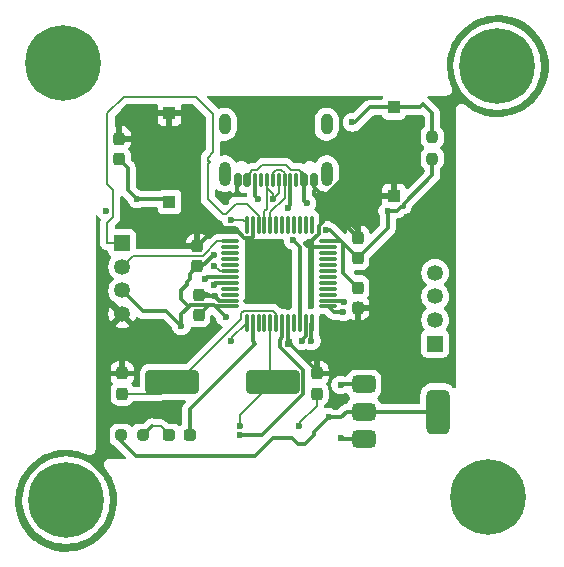
<source format=gbr>
%TF.GenerationSoftware,KiCad,Pcbnew,9.0.7*%
%TF.CreationDate,2026-02-19T19:24:31+05:30*%
%TF.ProjectId,pcb-n-as5600,7063622d-6e2d-4617-9335-3630302e6b69,rev?*%
%TF.SameCoordinates,Original*%
%TF.FileFunction,Copper,L1,Top*%
%TF.FilePolarity,Positive*%
%FSLAX46Y46*%
G04 Gerber Fmt 4.6, Leading zero omitted, Abs format (unit mm)*
G04 Created by KiCad (PCBNEW 9.0.7) date 2026-02-19 19:24:31*
%MOMM*%
%LPD*%
G01*
G04 APERTURE LIST*
G04 Aperture macros list*
%AMRoundRect*
0 Rectangle with rounded corners*
0 $1 Rounding radius*
0 $2 $3 $4 $5 $6 $7 $8 $9 X,Y pos of 4 corners*
0 Add a 4 corners polygon primitive as box body*
4,1,4,$2,$3,$4,$5,$6,$7,$8,$9,$2,$3,0*
0 Add four circle primitives for the rounded corners*
1,1,$1+$1,$2,$3*
1,1,$1+$1,$4,$5*
1,1,$1+$1,$6,$7*
1,1,$1+$1,$8,$9*
0 Add four rect primitives between the rounded corners*
20,1,$1+$1,$2,$3,$4,$5,0*
20,1,$1+$1,$4,$5,$6,$7,0*
20,1,$1+$1,$6,$7,$8,$9,0*
20,1,$1+$1,$8,$9,$2,$3,0*%
G04 Aperture macros list end*
%TA.AperFunction,SMDPad,CuDef*%
%ADD10RoundRect,0.237500X0.237500X-0.300000X0.237500X0.300000X-0.237500X0.300000X-0.237500X-0.300000X0*%
%TD*%
%TA.AperFunction,SMDPad,CuDef*%
%ADD11RoundRect,0.237500X0.287500X0.237500X-0.287500X0.237500X-0.287500X-0.237500X0.287500X-0.237500X0*%
%TD*%
%TA.AperFunction,SMDPad,CuDef*%
%ADD12R,1.000000X1.100000*%
%TD*%
%TA.AperFunction,SMDPad,CuDef*%
%ADD13RoundRect,0.150000X0.150000X0.425000X-0.150000X0.425000X-0.150000X-0.425000X0.150000X-0.425000X0*%
%TD*%
%TA.AperFunction,SMDPad,CuDef*%
%ADD14RoundRect,0.075000X0.075000X0.500000X-0.075000X0.500000X-0.075000X-0.500000X0.075000X-0.500000X0*%
%TD*%
%TA.AperFunction,HeatsinkPad*%
%ADD15O,1.000000X2.100000*%
%TD*%
%TA.AperFunction,HeatsinkPad*%
%ADD16O,1.000000X1.800000*%
%TD*%
%TA.AperFunction,ComponentPad*%
%ADD17C,6.400000*%
%TD*%
%TA.AperFunction,ComponentPad*%
%ADD18C,1.350000*%
%TD*%
%TA.AperFunction,ComponentPad*%
%ADD19R,1.350000X1.350000*%
%TD*%
%TA.AperFunction,SMDPad,CuDef*%
%ADD20RoundRect,0.250000X-2.000000X-0.750000X2.000000X-0.750000X2.000000X0.750000X-2.000000X0.750000X0*%
%TD*%
%TA.AperFunction,SMDPad,CuDef*%
%ADD21RoundRect,0.237500X0.250000X0.237500X-0.250000X0.237500X-0.250000X-0.237500X0.250000X-0.237500X0*%
%TD*%
%TA.AperFunction,SMDPad,CuDef*%
%ADD22RoundRect,0.237500X-0.237500X0.300000X-0.237500X-0.300000X0.237500X-0.300000X0.237500X0.300000X0*%
%TD*%
%TA.AperFunction,SMDPad,CuDef*%
%ADD23RoundRect,0.237500X-0.237500X0.250000X-0.237500X-0.250000X0.237500X-0.250000X0.237500X0.250000X0*%
%TD*%
%TA.AperFunction,SMDPad,CuDef*%
%ADD24RoundRect,0.375000X-0.625000X-0.375000X0.625000X-0.375000X0.625000X0.375000X-0.625000X0.375000X0*%
%TD*%
%TA.AperFunction,SMDPad,CuDef*%
%ADD25RoundRect,0.500000X-0.500000X-1.400000X0.500000X-1.400000X0.500000X1.400000X-0.500000X1.400000X0*%
%TD*%
%TA.AperFunction,SMDPad,CuDef*%
%ADD26RoundRect,0.075000X0.075000X-0.662500X0.075000X0.662500X-0.075000X0.662500X-0.075000X-0.662500X0*%
%TD*%
%TA.AperFunction,SMDPad,CuDef*%
%ADD27RoundRect,0.075000X0.662500X-0.075000X0.662500X0.075000X-0.662500X0.075000X-0.662500X-0.075000X0*%
%TD*%
%TA.AperFunction,ViaPad*%
%ADD28C,0.600000*%
%TD*%
%TA.AperFunction,Conductor*%
%ADD29C,0.300000*%
%TD*%
%TA.AperFunction,Conductor*%
%ADD30C,0.200000*%
%TD*%
G04 APERTURE END LIST*
D10*
%TO.P,C1,2*%
%TO.N,GND*%
X145750000Y-88100000D03*
%TO.P,C1,1*%
%TO.N,+3.3V*%
X145750000Y-89825000D03*
%TD*%
D11*
%TO.P,D1,2,A*%
%TO.N,Net-(D1-A)*%
X143250000Y-100000000D03*
%TO.P,D1,1,K*%
%TO.N,LED*%
X145000000Y-100000000D03*
%TD*%
D10*
%TO.P,C11,2*%
%TO.N,GND*%
X159210000Y-83275000D03*
%TO.P,C11,1*%
%TO.N,+3.3V*%
X159210000Y-85000000D03*
%TD*%
D12*
%TO.P,S2,1*%
%TO.N,NRST*%
X143250000Y-80250000D03*
%TO.P,S2,2*%
%TO.N,GND*%
X143250000Y-72750000D03*
%TD*%
%TO.P,S1,1*%
%TO.N,BOOTO*%
X162250000Y-72250000D03*
%TO.P,S1,2*%
%TO.N,GND*%
X162250000Y-79750000D03*
%TD*%
D13*
%TO.P,J6,A1,GND*%
%TO.N,GND*%
X155450000Y-78430000D03*
%TO.P,J6,A4,VBUS*%
%TO.N,Net-(C8-Pad2)*%
X154650000Y-78430000D03*
D14*
%TO.P,J6,A5,CC1*%
%TO.N,Net-(J6-CC1)*%
X153500000Y-78430000D03*
%TO.P,J6,A6,D+*%
%TO.N,MCU_D+*%
X152500000Y-78430000D03*
%TO.P,J6,A7,D-*%
%TO.N,MCU_D-*%
X152000000Y-78430000D03*
%TO.P,J6,A8*%
%TO.N,N/C*%
X151000000Y-78430000D03*
D13*
%TO.P,J6,A9,VBUS*%
%TO.N,Net-(C8-Pad2)*%
X149850000Y-78430000D03*
%TO.P,J6,A12,GND*%
%TO.N,GND*%
X149050000Y-78430000D03*
%TO.P,J6,B1,GND*%
X149050000Y-78430000D03*
%TO.P,J6,B4,VBUS*%
%TO.N,Net-(C8-Pad2)*%
X149850000Y-78430000D03*
D14*
%TO.P,J6,B5,CC2*%
%TO.N,Net-(J6-CC2)*%
X150500000Y-78430000D03*
%TO.P,J6,B6,D+*%
%TO.N,MCU_D+*%
X151500000Y-78430000D03*
%TO.P,J6,B7,D-*%
%TO.N,MCU_D-*%
X153000000Y-78430000D03*
%TO.P,J6,B8*%
%TO.N,N/C*%
X154000000Y-78430000D03*
D13*
%TO.P,J6,B9,VBUS*%
%TO.N,Net-(C8-Pad2)*%
X154650000Y-78430000D03*
%TO.P,J6,B12,GND*%
%TO.N,GND*%
X155450000Y-78430000D03*
D15*
%TO.P,J6,S1,SHIELD*%
%TO.N,unconnected-(J6-SHIELD-PadS1)*%
X156570000Y-77855000D03*
D16*
%TO.N,unconnected-(J6-SHIELD-PadS1)_3*%
X156570000Y-73675000D03*
D15*
%TO.N,unconnected-(J6-SHIELD-PadS1)_2*%
X147930000Y-77855000D03*
D16*
%TO.N,unconnected-(J6-SHIELD-PadS1)_1*%
X147930000Y-73675000D03*
%TD*%
D17*
%TO.P,H2,1*%
%TO.N,N/C*%
X134250000Y-68500000D03*
%TD*%
D18*
%TO.P,J2,4,Pin_4*%
%TO.N,dum4*%
X165750000Y-86250000D03*
%TO.P,J2,3,Pin_3*%
%TO.N,dum3*%
X165750000Y-88250000D03*
%TO.P,J2,2,Pin_2*%
%TO.N,dum2*%
X165750000Y-90250000D03*
D19*
%TO.P,J2,1,Pin_1*%
%TO.N,dum1*%
X165750000Y-92250000D03*
%TD*%
D20*
%TO.P,Y2,2,2*%
%TO.N,/OSC_IN*%
X152000000Y-95500000D03*
%TO.P,Y2,1,1*%
%TO.N,/OSC_OUT*%
X143500000Y-95500000D03*
%TD*%
D17*
%TO.P,H1,1*%
%TO.N,N/C*%
X134500000Y-105500000D03*
%TD*%
D21*
%TO.P,R16,2*%
%TO.N,+3.3V*%
X139175000Y-100000000D03*
%TO.P,R16,1*%
%TO.N,Net-(D1-A)*%
X141000000Y-100000000D03*
%TD*%
D22*
%TO.P,C3,2*%
%TO.N,GND*%
X159210000Y-89225000D03*
%TO.P,C3,1*%
%TO.N,+3.3V*%
X159210000Y-87500000D03*
%TD*%
D10*
%TO.P,C2,2*%
%TO.N,GND*%
X145613572Y-83987500D03*
%TO.P,C2,1*%
%TO.N,+3.3V*%
X145613572Y-85712500D03*
%TD*%
D17*
%TO.P,H4,1*%
%TO.N,N/C*%
X170250000Y-105250000D03*
%TD*%
D23*
%TO.P,R9,2*%
%TO.N,+3.3V*%
X165500000Y-76575000D03*
%TO.P,R9,1*%
%TO.N,BOOTO*%
X165500000Y-74750000D03*
%TD*%
D17*
%TO.P,H3,1*%
%TO.N,N/C*%
X171000000Y-68750000D03*
%TD*%
D19*
%TO.P,J1,1,Pin_1*%
%TO.N,SWDIO*%
X139250000Y-83750000D03*
D18*
%TO.P,J1,2,Pin_2*%
%TO.N,SCLK*%
X139250000Y-85750000D03*
%TO.P,J1,3,Pin_3*%
%TO.N,+3.3V*%
X139250000Y-87750000D03*
%TO.P,J1,4,Pin_4*%
%TO.N,GND*%
X139250000Y-89750000D03*
%TD*%
D24*
%TO.P,U1,1,ADJ*%
%TO.N,Net-(U1-ADJ)*%
X159700000Y-95700000D03*
%TO.P,U1,2,VO*%
%TO.N,+3.3V*%
X159700000Y-98000000D03*
D25*
X166000000Y-98000000D03*
D24*
%TO.P,U1,3,VI*%
%TO.N,+5V*%
X159700000Y-100300000D03*
%TD*%
D26*
%TO.P,U5,1,VBAT*%
%TO.N,+3.3V*%
X149797888Y-90512500D03*
%TO.P,U5,2,PC13*%
%TO.N,LED*%
X150297888Y-90512500D03*
%TO.P,U5,3,PC14*%
%TO.N,unconnected-(U5-PC14-Pad3)*%
X150797888Y-90512500D03*
%TO.P,U5,4,PC15*%
%TO.N,unconnected-(U5-PC15-Pad4)*%
X151297888Y-90512500D03*
%TO.P,U5,5,PD0*%
%TO.N,/OSC_IN*%
X151797888Y-90512500D03*
%TO.P,U5,6,PD1*%
%TO.N,/OSC_OUT*%
X152297888Y-90512500D03*
%TO.P,U5,7,NRST*%
%TO.N,NRST*%
X152797888Y-90512500D03*
%TO.P,U5,8,VSSA*%
%TO.N,GND*%
X153297888Y-90512500D03*
%TO.P,U5,9,VDDA*%
%TO.N,unconnected-(U5-VDDA-Pad9)*%
X153797888Y-90512500D03*
%TO.P,U5,10,PA0*%
%TO.N,/OUT*%
X154297888Y-90512500D03*
%TO.P,U5,11,PA1*%
%TO.N,dum1*%
X154797888Y-90512500D03*
%TO.P,U5,12,PA2*%
%TO.N,dum2*%
X155297888Y-90512500D03*
D27*
%TO.P,U5,13,PA3*%
%TO.N,dum3*%
X156710388Y-89100000D03*
%TO.P,U5,14,PA4*%
%TO.N,dum4*%
X156710388Y-88600000D03*
%TO.P,U5,15,PA5*%
%TO.N,unconnected-(U5-PA5-Pad15)*%
X156710388Y-88100000D03*
%TO.P,U5,16,PA6*%
%TO.N,unconnected-(U5-PA6-Pad16)*%
X156710388Y-87600000D03*
%TO.P,U5,17,PA7*%
%TO.N,unconnected-(U5-PA7-Pad17)*%
X156710388Y-87100000D03*
%TO.P,U5,18,PB0*%
%TO.N,unconnected-(U5-PB0-Pad18)*%
X156710388Y-86600000D03*
%TO.P,U5,19,PB1*%
%TO.N,unconnected-(U5-PB1-Pad19)*%
X156710388Y-86100000D03*
%TO.P,U5,20,PB2*%
%TO.N,unconnected-(U5-PB2-Pad20)*%
X156710388Y-85600000D03*
%TO.P,U5,21,PB10*%
%TO.N,unconnected-(U5-PB10-Pad21)*%
X156710388Y-85100000D03*
%TO.P,U5,22,PB11*%
%TO.N,unconnected-(U5-PB11-Pad22)*%
X156710388Y-84600000D03*
%TO.P,U5,23,VSS*%
%TO.N,GND*%
X156710388Y-84100000D03*
%TO.P,U5,24,VDD*%
%TO.N,+3.3V*%
X156710388Y-83600000D03*
D26*
%TO.P,U5,25,PB12*%
%TO.N,unconnected-(U5-PB12-Pad25)*%
X155297888Y-82187500D03*
%TO.P,U5,26,PB13*%
%TO.N,unconnected-(U5-PB13-Pad26)*%
X154797888Y-82187500D03*
%TO.P,U5,27,PB14*%
%TO.N,unconnected-(U5-PB14-Pad27)*%
X154297888Y-82187500D03*
%TO.P,U5,28,PB15*%
%TO.N,unconnected-(U5-PB15-Pad28)*%
X153797888Y-82187500D03*
%TO.P,U5,29,PA8*%
%TO.N,unconnected-(U5-PA8-Pad29)*%
X153297888Y-82187500D03*
%TO.P,U5,30,PA9*%
%TO.N,unconnected-(U5-PA9-Pad30)*%
X152797888Y-82187500D03*
%TO.P,U5,31,PA10*%
%TO.N,unconnected-(U5-PA10-Pad31)*%
X152297888Y-82187500D03*
%TO.P,U5,32,PA11*%
%TO.N,MCU_D-*%
X151797888Y-82187500D03*
%TO.P,U5,33,PA12*%
%TO.N,MCU_D+*%
X151297888Y-82187500D03*
%TO.P,U5,34,PA13*%
%TO.N,SWDIO*%
X150797888Y-82187500D03*
%TO.P,U5,35,VSS*%
%TO.N,GND*%
X150297888Y-82187500D03*
%TO.P,U5,36,VDD*%
%TO.N,+3.3V*%
X149797888Y-82187500D03*
D27*
%TO.P,U5,37,PA14*%
%TO.N,SCLK*%
X148385388Y-83600000D03*
%TO.P,U5,38,PA15*%
%TO.N,unconnected-(U5-PA15-Pad38)*%
X148385388Y-84100000D03*
%TO.P,U5,39,PB3*%
%TO.N,unconnected-(U5-PB3-Pad39)*%
X148385388Y-84600000D03*
%TO.P,U5,40,PB4*%
%TO.N,unconnected-(U5-PB4-Pad40)*%
X148385388Y-85100000D03*
%TO.P,U5,41,PB5*%
%TO.N,unconnected-(U5-PB5-Pad41)*%
X148385388Y-85600000D03*
%TO.P,U5,42,PB6*%
%TO.N,SDA*%
X148385388Y-86100000D03*
%TO.P,U5,43,PB7*%
%TO.N,SCL*%
X148385388Y-86600000D03*
%TO.P,U5,44,BOOT0*%
%TO.N,BOOTO*%
X148385388Y-87100000D03*
%TO.P,U5,45,PB8*%
%TO.N,unconnected-(U5-PB8-Pad45)*%
X148385388Y-87600000D03*
%TO.P,U5,46,PB9*%
%TO.N,unconnected-(U5-PB9-Pad46)*%
X148385388Y-88100000D03*
%TO.P,U5,47,VSS*%
%TO.N,GND*%
X148385388Y-88600000D03*
%TO.P,U5,48,VDD*%
%TO.N,+3.3V*%
X148385388Y-89100000D03*
%TD*%
D22*
%TO.P,C13,2*%
%TO.N,/OSC_OUT*%
X139250000Y-96500000D03*
%TO.P,C13,1*%
%TO.N,GND*%
X139250000Y-94775000D03*
%TD*%
%TO.P,C14,2*%
%TO.N,NRST*%
X139000000Y-76612500D03*
%TO.P,C14,1*%
%TO.N,GND*%
X139000000Y-74887500D03*
%TD*%
%TO.P,C10,2*%
%TO.N,/OSC_IN*%
X155750000Y-96500000D03*
%TO.P,C10,1*%
%TO.N,GND*%
X155750000Y-94775000D03*
%TD*%
D28*
%TO.N,GND*%
X146000000Y-81000000D03*
X148000000Y-80250000D03*
%TO.N,/OSC_IN*%
X154250000Y-99250000D03*
X149250000Y-99199997D03*
%TO.N,+3.3V*%
X144250000Y-90750000D03*
X148000000Y-90000000D03*
X148500000Y-92000000D03*
X148500000Y-81750000D03*
X161750000Y-81000000D03*
X156750000Y-98500000D03*
X147002618Y-84752618D03*
X156540064Y-82666407D03*
%TO.N,Net-(J6-CC2)*%
X150750000Y-80000000D03*
%TO.N,Net-(C8-Pad2)*%
X154875000Y-80375000D03*
%TO.N,BOOTO*%
X158750000Y-73500000D03*
X147000000Y-87250000D03*
%TO.N,NRST*%
X140500000Y-80000000D03*
X137900000Y-81000000D03*
X149250000Y-100000000D03*
%TO.N,GND*%
X142750000Y-81750000D03*
X158500000Y-77750000D03*
X153250000Y-92250000D03*
X147100000Y-88250000D03*
X160750000Y-80000000D03*
%TO.N,/OUT*%
X153750000Y-83500000D03*
%TO.N,+5V*%
X157750000Y-100250000D03*
%TO.N,Net-(J6-CC1)*%
X153250000Y-80750000D03*
%TO.N,MCU_D+*%
X152000000Y-80000000D03*
%TO.N,Net-(U1-ADJ)*%
X157750000Y-95750000D03*
%TO.N,dum1*%
X154449997Y-92000000D03*
%TO.N,dum2*%
X155250000Y-92000000D03*
%TO.N,dum3*%
X157975737Y-89574266D03*
%TO.N,dum4*%
X158000000Y-88750000D03*
%TO.N,SDA*%
X147000000Y-85649994D03*
%TO.N,SCL*%
X146250000Y-86750000D03*
%TD*%
D29*
%TO.N,GND*%
X155058520Y-84100000D02*
X156710388Y-84100000D01*
X154750000Y-83750000D02*
X154750000Y-83791480D01*
X155077422Y-83750000D02*
X154750000Y-83750000D01*
X155890064Y-82937358D02*
X155077422Y-83750000D01*
X154750000Y-83791480D02*
X155058520Y-84100000D01*
X156418242Y-81731815D02*
X155890064Y-82259993D01*
X155890064Y-82259993D02*
X155890064Y-82937358D01*
X157666815Y-81731815D02*
X156418242Y-81731815D01*
X159210000Y-83275000D02*
X157666815Y-81731815D01*
D30*
X146500000Y-81500000D02*
X146500000Y-81750000D01*
X146000000Y-81000000D02*
X146500000Y-81500000D01*
X149050000Y-79200000D02*
X148000000Y-80250000D01*
X149050000Y-78430000D02*
X149050000Y-79200000D01*
%TO.N,/OSC_OUT*%
X149346888Y-89692176D02*
X149565064Y-89474000D01*
X152030712Y-89474000D02*
X152297888Y-89741176D01*
X152297888Y-89741176D02*
X152297888Y-90512500D01*
X144000000Y-95500000D02*
X149346888Y-90153112D01*
X149565064Y-89474000D02*
X152030712Y-89474000D01*
X143500000Y-95500000D02*
X144000000Y-95500000D01*
X149346888Y-90153112D02*
X149346888Y-89692176D01*
D29*
%TO.N,+3.3V*%
X139175000Y-100524000D02*
X139175000Y-100000000D01*
X140401000Y-101750000D02*
X139175000Y-100524000D01*
X154131346Y-100750000D02*
X153631346Y-100250000D01*
X154750000Y-100750000D02*
X154131346Y-100750000D01*
X155500000Y-100000000D02*
X154750000Y-100750000D01*
X152000000Y-100250000D02*
X150500000Y-101750000D01*
X155500000Y-99750000D02*
X155500000Y-100000000D01*
X150500000Y-101750000D02*
X140401000Y-101750000D01*
X153631346Y-100250000D02*
X152000000Y-100250000D01*
X156750000Y-98500000D02*
X155500000Y-99750000D01*
D30*
%TO.N,/OSC_IN*%
X155750000Y-97500000D02*
X155750000Y-96500000D01*
X154250000Y-99000000D02*
X155750000Y-97500000D01*
X154250000Y-99250000D02*
X154250000Y-99000000D01*
X149250000Y-98250000D02*
X149250000Y-99199997D01*
X152000000Y-95500000D02*
X149250000Y-98250000D01*
D29*
%TO.N,NRST*%
X152797888Y-91702112D02*
X152797888Y-90512500D01*
X152599000Y-91901000D02*
X152797888Y-91702112D01*
X152599000Y-92519654D02*
X152599000Y-91901000D01*
X154228346Y-94149000D02*
X152599000Y-92519654D01*
X154255870Y-94149000D02*
X154228346Y-94149000D01*
X154601000Y-94494130D02*
X154255870Y-94149000D01*
X154601000Y-96505870D02*
X154601000Y-94494130D01*
X151106870Y-100000000D02*
X154601000Y-96505870D01*
X149250000Y-100000000D02*
X151106870Y-100000000D01*
D30*
%TO.N,SWDIO*%
X138000000Y-83750000D02*
X139250000Y-83750000D01*
X138501000Y-81499000D02*
X138000000Y-82000000D01*
X138501000Y-80751057D02*
X138501000Y-81499000D01*
X138500000Y-80750057D02*
X138501000Y-80751057D01*
X138500000Y-79250000D02*
X138500000Y-80750057D01*
X138000000Y-78750000D02*
X138500000Y-79250000D01*
X139399000Y-71351000D02*
X138000000Y-72750000D01*
X146964785Y-72815785D02*
X145500000Y-71351000D01*
X146964785Y-76035215D02*
X146964785Y-72815785D01*
X146500000Y-76500000D02*
X146964785Y-76035215D01*
X146663355Y-76771760D02*
X146500000Y-76771760D01*
X146678000Y-76786405D02*
X146663355Y-76771760D01*
X145500000Y-71351000D02*
X139399000Y-71351000D01*
X146678000Y-76881144D02*
X146678000Y-76786405D01*
X146500000Y-76771760D02*
X146500000Y-76500000D01*
X147750000Y-81250000D02*
X146500000Y-80000000D01*
X149786810Y-80399000D02*
X148851000Y-80399000D01*
X148851000Y-80399000D02*
X148000000Y-81250000D01*
X138000000Y-82000000D02*
X138000000Y-83750000D01*
X150797888Y-81410078D02*
X149786810Y-80399000D01*
X146500000Y-80000000D02*
X146500000Y-77059144D01*
X150797888Y-82187500D02*
X150797888Y-81410078D01*
X148000000Y-81250000D02*
X147750000Y-81250000D01*
X146500000Y-77059144D02*
X146678000Y-76881144D01*
X138000000Y-72750000D02*
X138000000Y-78750000D01*
D29*
%TO.N,+3.3V*%
X144250000Y-88500000D02*
X144875000Y-89125000D01*
X144750000Y-87000000D02*
X144750000Y-87250000D01*
X144974000Y-86776000D02*
X144750000Y-87000000D01*
X144974000Y-86352072D02*
X144974000Y-86776000D01*
X145613572Y-85712500D02*
X144974000Y-86352072D01*
X144750000Y-87250000D02*
X144250000Y-87750000D01*
X144250000Y-87750000D02*
X144250000Y-88500000D01*
X145000000Y-89000000D02*
X144875000Y-89125000D01*
X147000000Y-89000000D02*
X145000000Y-89000000D01*
X144250000Y-89750000D02*
X144875000Y-89125000D01*
X144250000Y-90750000D02*
X144250000Y-89750000D01*
X143000000Y-89500000D02*
X141000000Y-89500000D01*
X141000000Y-89500000D02*
X139250000Y-87750000D01*
X144250000Y-90750000D02*
X143000000Y-89500000D01*
%TO.N,Net-(C8-Pad2)*%
X154501000Y-78251000D02*
X154501000Y-77772176D01*
X154750000Y-78500000D02*
X154501000Y-78251000D01*
D30*
X154451000Y-77772176D02*
X154451000Y-77785588D01*
X154232824Y-77554000D02*
X154451000Y-77772176D01*
X153767176Y-77554000D02*
X154232824Y-77554000D01*
X153750000Y-77571176D02*
X153767176Y-77554000D01*
X153732824Y-77554000D02*
X153750000Y-77571176D01*
X153554000Y-77554000D02*
X153732824Y-77554000D01*
X151097000Y-77153000D02*
X153153000Y-77153000D01*
X153153000Y-77153000D02*
X153554000Y-77554000D01*
X150696000Y-77554000D02*
X151097000Y-77153000D01*
X150267176Y-77554000D02*
X150696000Y-77554000D01*
X150049000Y-77772176D02*
X150267176Y-77554000D01*
X149750000Y-78250000D02*
X150000000Y-78250000D01*
X154451000Y-77785588D02*
X154464412Y-77785588D01*
X150000000Y-78250000D02*
X150049000Y-78201000D01*
X150049000Y-78201000D02*
X150049000Y-77772176D01*
D29*
%TO.N,+3.3V*%
X145613572Y-85712500D02*
X146042736Y-85712500D01*
X163101000Y-80399000D02*
X165500000Y-78000000D01*
X148000000Y-90000000D02*
X147250000Y-89250000D01*
X157980000Y-86270000D02*
X159210000Y-87500000D01*
X161750000Y-81000000D02*
X161750000Y-82460000D01*
X147250000Y-89100000D02*
X148385388Y-89100000D01*
X166000000Y-98000000D02*
X159700000Y-98000000D01*
X157810000Y-83600000D02*
X157980000Y-83770000D01*
X162500000Y-81000000D02*
X162849000Y-80651000D01*
X165500000Y-78000000D02*
X165500000Y-76575000D01*
D30*
X148500000Y-91810388D02*
X148500000Y-92000000D01*
D29*
X147100000Y-89100000D02*
X147250000Y-89100000D01*
D30*
X149797888Y-90512500D02*
X148500000Y-91810388D01*
D29*
X162849000Y-80651000D02*
X163101000Y-80651000D01*
X161750000Y-82460000D02*
X159210000Y-85000000D01*
X156750000Y-98500000D02*
X157750000Y-98500000D01*
X156710388Y-83600000D02*
X157810000Y-83600000D01*
X157980000Y-83770000D02*
X159210000Y-85000000D01*
X158250000Y-98000000D02*
X159700000Y-98000000D01*
X157980000Y-83770000D02*
X157980000Y-86270000D01*
X146042736Y-85712500D02*
X147002618Y-84752618D01*
X145750000Y-89825000D02*
X146575000Y-89000000D01*
D30*
X148500000Y-81750000D02*
X149500000Y-81750000D01*
D29*
X163101000Y-80651000D02*
X163101000Y-80399000D01*
X146575000Y-89000000D02*
X147000000Y-89000000D01*
X147000000Y-89000000D02*
X147100000Y-89100000D01*
X156540064Y-82666407D02*
X156876407Y-82666407D01*
X161750000Y-81000000D02*
X162500000Y-81000000D01*
X157750000Y-98500000D02*
X158250000Y-98000000D01*
D30*
X149797888Y-82047888D02*
X149797888Y-82187500D01*
D29*
X147250000Y-89250000D02*
X147250000Y-89100000D01*
D30*
X149500000Y-81750000D02*
X149797888Y-82047888D01*
D29*
X156876407Y-82666407D02*
X157810000Y-83600000D01*
%TO.N,Net-(J6-CC2)*%
X150750000Y-80000000D02*
X150500000Y-79750000D01*
X150500000Y-79750000D02*
X150500000Y-78430000D01*
%TO.N,LED*%
X145000000Y-100000000D02*
X145000000Y-97750000D01*
X145000000Y-97750000D02*
X150500000Y-92250000D01*
X145000000Y-97750000D02*
X145250000Y-97500000D01*
X150297888Y-92047888D02*
X150297888Y-90512500D01*
X150500000Y-92250000D02*
X150297888Y-92047888D01*
D30*
%TO.N,Net-(D1-A)*%
X141802000Y-99250000D02*
X141776000Y-99224000D01*
X143250000Y-100000000D02*
X142500000Y-99250000D01*
X142500000Y-99250000D02*
X141802000Y-99250000D01*
D29*
X141000000Y-100000000D02*
X141776000Y-99224000D01*
%TO.N,Net-(C8-Pad2)*%
X154650000Y-78430000D02*
X154650000Y-80150000D01*
X154650000Y-80150000D02*
X154875000Y-80375000D01*
%TO.N,BOOTO*%
X148385388Y-87100000D02*
X147150000Y-87100000D01*
X165500000Y-74750000D02*
X165500000Y-72750000D01*
X164500000Y-72250000D02*
X162250000Y-72250000D01*
X164750000Y-72000000D02*
X164500000Y-72250000D01*
X159000000Y-73500000D02*
X160250000Y-72250000D01*
X158750000Y-73500000D02*
X159000000Y-73500000D01*
X160250000Y-72250000D02*
X162250000Y-72250000D01*
X147150000Y-87100000D02*
X147000000Y-87250000D01*
X165500000Y-72750000D02*
X164750000Y-72000000D01*
%TO.N,NRST*%
X139750000Y-77500000D02*
X139750000Y-77362500D01*
X139750000Y-79250000D02*
X140500000Y-80000000D01*
X140500000Y-80000000D02*
X143000000Y-80000000D01*
X139750000Y-77362500D02*
X139750000Y-79250000D01*
X139750000Y-77362500D02*
X139000000Y-76612500D01*
%TO.N,GND*%
X161000000Y-79750000D02*
X160750000Y-80000000D01*
X145750000Y-81750000D02*
X142750000Y-81750000D01*
X159210000Y-88805634D02*
X159210000Y-89225000D01*
X153250000Y-92250000D02*
X153475000Y-92250000D01*
X162250000Y-79750000D02*
X161000000Y-79750000D01*
X148768354Y-82500000D02*
X149544354Y-83276000D01*
X146500000Y-82500000D02*
X146500000Y-83101072D01*
X158500000Y-77750000D02*
X156375000Y-79875000D01*
X147450000Y-88600000D02*
X147100000Y-88250000D01*
X146500000Y-83101072D02*
X145613572Y-83987500D01*
X147750000Y-82500000D02*
X147000000Y-81750000D01*
X147500000Y-82500000D02*
X146500000Y-82500000D01*
X159210000Y-82710000D02*
X159210000Y-83275000D01*
X148385388Y-88600000D02*
X147450000Y-88600000D01*
X146500000Y-81750000D02*
X145750000Y-81750000D01*
X156375000Y-79875000D02*
X159210000Y-82710000D01*
X153475000Y-92250000D02*
X155750000Y-94525000D01*
X147750000Y-82500000D02*
X147500000Y-82500000D01*
X153297888Y-92202112D02*
X153250000Y-92250000D01*
X147100000Y-88250000D02*
X145900000Y-88250000D01*
X150297888Y-83202112D02*
X150297888Y-82187500D01*
X155450000Y-78430000D02*
X155450000Y-78950000D01*
X150224000Y-83276000D02*
X150297888Y-83202112D01*
X147500000Y-82500000D02*
X148768354Y-82500000D01*
X149544354Y-83276000D02*
X150224000Y-83276000D01*
X145900000Y-88250000D02*
X145750000Y-88100000D01*
X147000000Y-81750000D02*
X146500000Y-81750000D01*
X155450000Y-78950000D02*
X156375000Y-79875000D01*
X153297888Y-90512500D02*
X153297888Y-92202112D01*
%TO.N,/OUT*%
X154297888Y-90512500D02*
X154297888Y-84047888D01*
X154297888Y-84047888D02*
X153750000Y-83500000D01*
%TO.N,+5V*%
X157800000Y-100300000D02*
X157750000Y-100250000D01*
X159700000Y-100300000D02*
X157800000Y-100300000D01*
D30*
%TO.N,SCLK*%
X147306706Y-83600000D02*
X148385388Y-83600000D01*
X146080706Y-84826000D02*
X147306706Y-83600000D01*
X140174000Y-84826000D02*
X146080706Y-84826000D01*
X139250000Y-85750000D02*
X140174000Y-84826000D01*
D29*
%TO.N,Net-(J6-CC1)*%
X153250000Y-80750000D02*
X153500000Y-80500000D01*
X153500000Y-80500000D02*
X153500000Y-78430000D01*
D30*
%TO.N,MCU_D+*%
X152000000Y-80000000D02*
X152000000Y-79550003D01*
X151500000Y-80832957D02*
X151297888Y-81035069D01*
X152500000Y-78430000D02*
X152500000Y-79500000D01*
X151500000Y-78430000D02*
X151500000Y-80832957D01*
X152500000Y-79500000D02*
X152000000Y-80000000D01*
X152000000Y-79550003D02*
X151500000Y-79050003D01*
X151500000Y-79050003D02*
X151500000Y-78430000D01*
X151297888Y-81035069D02*
X151297888Y-82187500D01*
%TO.N,MCU_D-*%
X152000000Y-78430000D02*
X152000000Y-77821176D01*
X153000000Y-79900057D02*
X151797888Y-81102169D01*
X153000000Y-77821176D02*
X153000000Y-78430000D01*
X152267176Y-77554000D02*
X152732824Y-77554000D01*
X152732824Y-77554000D02*
X153000000Y-77821176D01*
X152000000Y-77821176D02*
X152267176Y-77554000D01*
X153000000Y-78430000D02*
X153000000Y-79900057D01*
X151797888Y-81102169D02*
X151797888Y-82187500D01*
%TO.N,/OSC_IN*%
X152000000Y-95500000D02*
X151797888Y-95297888D01*
X151797888Y-95297888D02*
X151797888Y-90512500D01*
D29*
%TO.N,Net-(U1-ADJ)*%
X157800000Y-95700000D02*
X157750000Y-95750000D01*
X159700000Y-95700000D02*
X157800000Y-95700000D01*
%TO.N,dum1*%
X154797888Y-90512500D02*
X154797888Y-91602169D01*
X154797888Y-91602169D02*
X154449997Y-91950060D01*
%TO.N,dum2*%
X155250000Y-92000000D02*
X155250000Y-90560388D01*
X155250000Y-90560388D02*
X155297888Y-90512500D01*
%TO.N,dum3*%
X157975737Y-89574266D02*
X157184654Y-89574266D01*
X157184654Y-89574266D02*
X156710388Y-89100000D01*
%TO.N,dum4*%
X157850000Y-88600000D02*
X156710388Y-88600000D01*
X158000000Y-88750000D02*
X157850000Y-88600000D01*
D30*
%TO.N,/OSC_OUT*%
X139250000Y-96500000D02*
X142500000Y-96500000D01*
X142500000Y-96500000D02*
X143500000Y-95500000D01*
%TO.N,SDA*%
X147049940Y-85649994D02*
X147000000Y-85649994D01*
X148385388Y-86100000D02*
X147499946Y-86100000D01*
X147499946Y-86100000D02*
X147049940Y-85649994D01*
D29*
%TO.N,SCL*%
X146400000Y-86600000D02*
X146250000Y-86750000D01*
X148385388Y-86600000D02*
X146400000Y-86600000D01*
%TD*%
%TA.AperFunction,Conductor*%
%TO.N,GND*%
G36*
X137205703Y-81409726D02*
G01*
X137227602Y-81434548D01*
X137278210Y-81510288D01*
X137278213Y-81510292D01*
X137389708Y-81621787D01*
X137392314Y-81623528D01*
X137393371Y-81624793D01*
X137394419Y-81625653D01*
X137394256Y-81625851D01*
X137437122Y-81677138D01*
X137445833Y-81746462D01*
X137441934Y-81760206D01*
X137442527Y-81760365D01*
X137440424Y-81768213D01*
X137440423Y-81768215D01*
X137399499Y-81920943D01*
X137399499Y-81920945D01*
X137399499Y-82089046D01*
X137399500Y-82089059D01*
X137399500Y-83829057D01*
X137412929Y-83879172D01*
X137440423Y-83981783D01*
X137440426Y-83981790D01*
X137519475Y-84118709D01*
X137519479Y-84118714D01*
X137519480Y-84118716D01*
X137631284Y-84230520D01*
X137631286Y-84230521D01*
X137631290Y-84230524D01*
X137766006Y-84308301D01*
X137768216Y-84309577D01*
X137920943Y-84350500D01*
X137950501Y-84350500D01*
X138017540Y-84370185D01*
X138063295Y-84422989D01*
X138073437Y-84469611D01*
X138074099Y-84469576D01*
X138074146Y-84469571D01*
X138074146Y-84469573D01*
X138074324Y-84469564D01*
X138074501Y-84472876D01*
X138080908Y-84532483D01*
X138131202Y-84667328D01*
X138131206Y-84667335D01*
X138217452Y-84782544D01*
X138217453Y-84782544D01*
X138217454Y-84782546D01*
X138268740Y-84820939D01*
X138302539Y-84846241D01*
X138344409Y-84902175D01*
X138349393Y-84971867D01*
X138328545Y-85018392D01*
X138244624Y-85133900D01*
X138160620Y-85298764D01*
X138160619Y-85298767D01*
X138103445Y-85474734D01*
X138074500Y-85657486D01*
X138074500Y-85842513D01*
X138103445Y-86025265D01*
X138160619Y-86201232D01*
X138160620Y-86201235D01*
X138227909Y-86333295D01*
X138244622Y-86366096D01*
X138353379Y-86515787D01*
X138484213Y-86646621D01*
X138488421Y-86649678D01*
X138488432Y-86649686D01*
X138531094Y-86705019D01*
X138537069Y-86774633D01*
X138504459Y-86836426D01*
X138488432Y-86850314D01*
X138484210Y-86853381D01*
X138353381Y-86984210D01*
X138353381Y-86984211D01*
X138353379Y-86984213D01*
X138330438Y-87015789D01*
X138244622Y-87133903D01*
X138160620Y-87298764D01*
X138160619Y-87298767D01*
X138103445Y-87474734D01*
X138096317Y-87519737D01*
X138074500Y-87657486D01*
X138074500Y-87842514D01*
X138086347Y-87917310D01*
X138103445Y-88025265D01*
X138160619Y-88201232D01*
X138160620Y-88201235D01*
X138232606Y-88342513D01*
X138244622Y-88366096D01*
X138353379Y-88515787D01*
X138484213Y-88646621D01*
X138517985Y-88671158D01*
X138558831Y-88700834D01*
X138573806Y-88720254D01*
X139203553Y-89350000D01*
X139197339Y-89350000D01*
X139095606Y-89377259D01*
X139004394Y-89429920D01*
X138929920Y-89504394D01*
X138877259Y-89595606D01*
X138850000Y-89697339D01*
X138850000Y-89703553D01*
X138260015Y-89113568D01*
X138245049Y-89134167D01*
X138161084Y-89298956D01*
X138161083Y-89298959D01*
X138103933Y-89474852D01*
X138075000Y-89657526D01*
X138075000Y-89842473D01*
X138103933Y-90025147D01*
X138161083Y-90201040D01*
X138161084Y-90201043D01*
X138245050Y-90365834D01*
X138260015Y-90386430D01*
X138260016Y-90386431D01*
X138850000Y-89796447D01*
X138850000Y-89802661D01*
X138877259Y-89904394D01*
X138929920Y-89995606D01*
X139004394Y-90070080D01*
X139095606Y-90122741D01*
X139197339Y-90150000D01*
X139203553Y-90150000D01*
X138613568Y-90739983D01*
X138613568Y-90739984D01*
X138634165Y-90754949D01*
X138798956Y-90838915D01*
X138798959Y-90838916D01*
X138974852Y-90896066D01*
X139157527Y-90925000D01*
X139342473Y-90925000D01*
X139525147Y-90896066D01*
X139701040Y-90838916D01*
X139701043Y-90838915D01*
X139865836Y-90754947D01*
X139865845Y-90754942D01*
X139886430Y-90739984D01*
X139886431Y-90739983D01*
X139296448Y-90150000D01*
X139302661Y-90150000D01*
X139404394Y-90122741D01*
X139495606Y-90070080D01*
X139570080Y-89995606D01*
X139622741Y-89904394D01*
X139650000Y-89802661D01*
X139650000Y-89796446D01*
X140239983Y-90386430D01*
X140239984Y-90386430D01*
X140254942Y-90365845D01*
X140254947Y-90365836D01*
X140338915Y-90201043D01*
X140338917Y-90201037D01*
X140384861Y-90059634D01*
X140424298Y-90001958D01*
X140488656Y-89974759D01*
X140557503Y-89986673D01*
X140581452Y-90002094D01*
X140585332Y-90005278D01*
X140664427Y-90058127D01*
X140664428Y-90058127D01*
X140691873Y-90076465D01*
X140810256Y-90125501D01*
X140810260Y-90125501D01*
X140810261Y-90125502D01*
X140935928Y-90150500D01*
X140935931Y-90150500D01*
X141064069Y-90150500D01*
X142679192Y-90150500D01*
X142746231Y-90170185D01*
X142766873Y-90186819D01*
X143432984Y-90852930D01*
X143466469Y-90914253D01*
X143466920Y-90916420D01*
X143480261Y-90983489D01*
X143480264Y-90983501D01*
X143540602Y-91129172D01*
X143540609Y-91129185D01*
X143628210Y-91260288D01*
X143628213Y-91260292D01*
X143739707Y-91371786D01*
X143739711Y-91371789D01*
X143870814Y-91459390D01*
X143870827Y-91459397D01*
X144016498Y-91519735D01*
X144016503Y-91519737D01*
X144148068Y-91545907D01*
X144171153Y-91550499D01*
X144171156Y-91550500D01*
X144171158Y-91550500D01*
X144328844Y-91550500D01*
X144328845Y-91550499D01*
X144483497Y-91519737D01*
X144629179Y-91459394D01*
X144760289Y-91371789D01*
X144871789Y-91260289D01*
X144959394Y-91129179D01*
X145019737Y-90983497D01*
X145037947Y-90891950D01*
X145070331Y-90830039D01*
X145131047Y-90795465D01*
X145198565Y-90798434D01*
X145362247Y-90852674D01*
X145463323Y-90863000D01*
X146036676Y-90862999D01*
X146036684Y-90862998D01*
X146036687Y-90862998D01*
X146092030Y-90857344D01*
X146137753Y-90852674D01*
X146301516Y-90798408D01*
X146448350Y-90707840D01*
X146570340Y-90585850D01*
X146660908Y-90439016D01*
X146715174Y-90275253D01*
X146725500Y-90174177D01*
X146725499Y-89944806D01*
X146745183Y-89877768D01*
X146797987Y-89832013D01*
X146867146Y-89822069D01*
X146930701Y-89851094D01*
X146937180Y-89857126D01*
X147182984Y-90102929D01*
X147216469Y-90164252D01*
X147216920Y-90166419D01*
X147230261Y-90233489D01*
X147230264Y-90233501D01*
X147290602Y-90379172D01*
X147290609Y-90379185D01*
X147378210Y-90510288D01*
X147378213Y-90510292D01*
X147489707Y-90621786D01*
X147489711Y-90621789D01*
X147620814Y-90709390D01*
X147620827Y-90709397D01*
X147676029Y-90732262D01*
X147730433Y-90776102D01*
X147752498Y-90842396D01*
X147735219Y-90910096D01*
X147716258Y-90934504D01*
X144687582Y-93963181D01*
X144626259Y-93996666D01*
X144599901Y-93999500D01*
X141449998Y-93999500D01*
X141449981Y-93999501D01*
X141347203Y-94010000D01*
X141347200Y-94010001D01*
X141180668Y-94065185D01*
X141180663Y-94065187D01*
X141031342Y-94157289D01*
X140907289Y-94281342D01*
X140815187Y-94430663D01*
X140815185Y-94430668D01*
X140807984Y-94452399D01*
X140760001Y-94597203D01*
X140760001Y-94597204D01*
X140760000Y-94597204D01*
X140749500Y-94699983D01*
X140749500Y-94699991D01*
X140749500Y-95289038D01*
X140749501Y-95775500D01*
X140729817Y-95842539D01*
X140677013Y-95888294D01*
X140625501Y-95899500D01*
X140238452Y-95899500D01*
X140231522Y-95897465D01*
X140224408Y-95898702D01*
X140198445Y-95887752D01*
X140171413Y-95879815D01*
X140165109Y-95873693D01*
X140160029Y-95871551D01*
X140143656Y-95852860D01*
X140136145Y-95845566D01*
X140134464Y-95843111D01*
X140070340Y-95739150D01*
X140047886Y-95716696D01*
X140041391Y-95707212D01*
X140033987Y-95684482D01*
X140022532Y-95663504D01*
X140023364Y-95651869D01*
X140019751Y-95640778D01*
X140025810Y-95617653D01*
X140027516Y-95593812D01*
X140035186Y-95581876D01*
X140037463Y-95573191D01*
X140045541Y-95565765D01*
X140056021Y-95549460D01*
X140069947Y-95535535D01*
X140160448Y-95388811D01*
X140160453Y-95388800D01*
X140214680Y-95225152D01*
X140224999Y-95124154D01*
X140225000Y-95124141D01*
X140225000Y-95025000D01*
X138275001Y-95025000D01*
X138275001Y-95124154D01*
X138285319Y-95225152D01*
X138339546Y-95388800D01*
X138339551Y-95388811D01*
X138430052Y-95535534D01*
X138430055Y-95535538D01*
X138443982Y-95549465D01*
X138477467Y-95610788D01*
X138472483Y-95680480D01*
X138443984Y-95724825D01*
X138429661Y-95739148D01*
X138339093Y-95885981D01*
X138339091Y-95885986D01*
X138334613Y-95899500D01*
X138284826Y-96049747D01*
X138284826Y-96049748D01*
X138284825Y-96049748D01*
X138274500Y-96150815D01*
X138274500Y-96849169D01*
X138274501Y-96849187D01*
X138284825Y-96950252D01*
X138307766Y-97019481D01*
X138339092Y-97114016D01*
X138429660Y-97260850D01*
X138551650Y-97382840D01*
X138698484Y-97473408D01*
X138862247Y-97527674D01*
X138963323Y-97538000D01*
X139536676Y-97537999D01*
X139536684Y-97537998D01*
X139536687Y-97537998D01*
X139592030Y-97532344D01*
X139637753Y-97527674D01*
X139801516Y-97473408D01*
X139948350Y-97382840D01*
X140070340Y-97260850D01*
X140104356Y-97205702D01*
X140132914Y-97159403D01*
X140184862Y-97112678D01*
X140238452Y-97100500D01*
X142413331Y-97100500D01*
X142413347Y-97100501D01*
X142420943Y-97100501D01*
X142579054Y-97100501D01*
X142579057Y-97100501D01*
X142731785Y-97059577D01*
X142731787Y-97059575D01*
X142731789Y-97059575D01*
X142731790Y-97059574D01*
X142771205Y-97036818D01*
X142801233Y-97019481D01*
X142801240Y-97019477D01*
X142805342Y-97017109D01*
X142867336Y-97000499D01*
X144530193Y-97000499D01*
X144597232Y-97020184D01*
X144642987Y-97072988D01*
X144652931Y-97142146D01*
X144623906Y-97205702D01*
X144617874Y-97212180D01*
X144494725Y-97335328D01*
X144494724Y-97335329D01*
X144437521Y-97420942D01*
X144437519Y-97420945D01*
X144423536Y-97441870D01*
X144423533Y-97441875D01*
X144374499Y-97560255D01*
X144374497Y-97560261D01*
X144349500Y-97685928D01*
X144349500Y-99050098D01*
X144348838Y-99052351D01*
X144349417Y-99054627D01*
X144339044Y-99085705D01*
X144329815Y-99117137D01*
X144327809Y-99119368D01*
X144327297Y-99120903D01*
X144321481Y-99126406D01*
X144303226Y-99146714D01*
X144297186Y-99151572D01*
X144251650Y-99179660D01*
X144207942Y-99223367D01*
X144202726Y-99227564D01*
X144176376Y-99238452D01*
X144151358Y-99252114D01*
X144144504Y-99251623D01*
X144138152Y-99254249D01*
X144110098Y-99249163D01*
X144081666Y-99247130D01*
X144074901Y-99242782D01*
X144069403Y-99241786D01*
X144060651Y-99233624D01*
X144037319Y-99218629D01*
X143998351Y-99179661D01*
X143998350Y-99179660D01*
X143903498Y-99121155D01*
X143851518Y-99089093D01*
X143851513Y-99089091D01*
X143813410Y-99076465D01*
X143687753Y-99034826D01*
X143687751Y-99034825D01*
X143586684Y-99024500D01*
X143586677Y-99024500D01*
X143175097Y-99024500D01*
X143145656Y-99015855D01*
X143115670Y-99009332D01*
X143110654Y-99005577D01*
X143108058Y-99004815D01*
X143087416Y-98988181D01*
X142987590Y-98888355D01*
X142987588Y-98888352D01*
X142868717Y-98769481D01*
X142868716Y-98769480D01*
X142781904Y-98719360D01*
X142781904Y-98719359D01*
X142781900Y-98719358D01*
X142731785Y-98690423D01*
X142579057Y-98649499D01*
X142420943Y-98649499D01*
X142413347Y-98649499D01*
X142413331Y-98649500D01*
X142113536Y-98649500D01*
X142066083Y-98640061D01*
X142018209Y-98620231D01*
X141965744Y-98598499D01*
X141965738Y-98598497D01*
X141840071Y-98573500D01*
X141840069Y-98573500D01*
X141711931Y-98573500D01*
X141711929Y-98573500D01*
X141586262Y-98598497D01*
X141586256Y-98598499D01*
X141467876Y-98647533D01*
X141467869Y-98647537D01*
X141361331Y-98718723D01*
X141091871Y-98988182D01*
X141030548Y-99021666D01*
X141004190Y-99024500D01*
X140700831Y-99024500D01*
X140700812Y-99024501D01*
X140599747Y-99034825D01*
X140435984Y-99089092D01*
X140435981Y-99089093D01*
X140289148Y-99179661D01*
X140175181Y-99293629D01*
X140113858Y-99327114D01*
X140044166Y-99322130D01*
X139999819Y-99293629D01*
X139885851Y-99179661D01*
X139885850Y-99179660D01*
X139790998Y-99121155D01*
X139739018Y-99089093D01*
X139739013Y-99089091D01*
X139700910Y-99076465D01*
X139575253Y-99034826D01*
X139575251Y-99034825D01*
X139474178Y-99024500D01*
X138875830Y-99024500D01*
X138875812Y-99024501D01*
X138774747Y-99034825D01*
X138610984Y-99089092D01*
X138610981Y-99089093D01*
X138464148Y-99179661D01*
X138342161Y-99301648D01*
X138251593Y-99448481D01*
X138251591Y-99448486D01*
X138241062Y-99480261D01*
X138197326Y-99612247D01*
X138197326Y-99612248D01*
X138197325Y-99612248D01*
X138187000Y-99713315D01*
X138187000Y-100286669D01*
X138187001Y-100286687D01*
X138197325Y-100387752D01*
X138222362Y-100463306D01*
X138251592Y-100551516D01*
X138342160Y-100698350D01*
X138464150Y-100820340D01*
X138610984Y-100910908D01*
X138610986Y-100910908D01*
X138610987Y-100910909D01*
X138629414Y-100917015D01*
X138678095Y-100947041D01*
X139518873Y-101787819D01*
X139552358Y-101849142D01*
X139547374Y-101918834D01*
X139505502Y-101974767D01*
X139440038Y-101999184D01*
X139431192Y-101999500D01*
X138234625Y-101999500D01*
X138192967Y-101995489D01*
X138168998Y-101999500D01*
X138144695Y-101999500D01*
X138144687Y-101999501D01*
X138110019Y-102008789D01*
X138110020Y-102008790D01*
X138104261Y-102010332D01*
X138062990Y-102017240D01*
X138040879Y-102027315D01*
X138030942Y-102029978D01*
X138030937Y-102029980D01*
X138021079Y-102032622D01*
X138017401Y-102033608D01*
X138017400Y-102033608D01*
X138017398Y-102033609D01*
X137986310Y-102051555D01*
X137986311Y-102051556D01*
X137981150Y-102054535D01*
X137943072Y-102071890D01*
X137924321Y-102087346D01*
X137915395Y-102092500D01*
X137915392Y-102092500D01*
X137903274Y-102099498D01*
X137903268Y-102099503D01*
X137877887Y-102124883D01*
X137869087Y-102132877D01*
X137841382Y-102155716D01*
X137833252Y-102167115D01*
X137827268Y-102175503D01*
X137810087Y-102192686D01*
X137789170Y-102228913D01*
X137785707Y-102233769D01*
X137785706Y-102233772D01*
X137764857Y-102263002D01*
X137764854Y-102263008D01*
X137759952Y-102276116D01*
X137759953Y-102276117D01*
X137756343Y-102285771D01*
X137744195Y-102306814D01*
X137733361Y-102347241D01*
X137731277Y-102352818D01*
X137718706Y-102386441D01*
X137718705Y-102386443D01*
X137717363Y-102400385D01*
X137717362Y-102400384D01*
X137716375Y-102410636D01*
X137710087Y-102434108D01*
X137710087Y-102475955D01*
X137709516Y-102481887D01*
X137709516Y-102481891D01*
X137706076Y-102517616D01*
X137706076Y-102517623D01*
X137708386Y-102531422D01*
X137710087Y-102551891D01*
X137710087Y-102565892D01*
X137719379Y-102600570D01*
X137719378Y-102600570D01*
X137720920Y-102606325D01*
X137727827Y-102647597D01*
X137737901Y-102669704D01*
X137740566Y-102679649D01*
X137740569Y-102679656D01*
X137744194Y-102693185D01*
X137756953Y-102715285D01*
X137765120Y-102729430D01*
X137782477Y-102767515D01*
X137797933Y-102786265D01*
X137803083Y-102795184D01*
X137803085Y-102795187D01*
X137810087Y-102807314D01*
X137810088Y-102807315D01*
X137810089Y-102807316D01*
X137827789Y-102825016D01*
X137839391Y-102838407D01*
X137883415Y-102897242D01*
X137969204Y-103011893D01*
X138063551Y-103137980D01*
X138070087Y-103147631D01*
X138158860Y-103292964D01*
X138275130Y-103483312D01*
X138280723Y-103493518D01*
X138364922Y-103665924D01*
X138453346Y-103846983D01*
X138457963Y-103857686D01*
X138465300Y-103877163D01*
X138596628Y-104225799D01*
X138600216Y-104236875D01*
X138631000Y-104349767D01*
X138703700Y-104616376D01*
X138706235Y-104627755D01*
X138773623Y-105015293D01*
X138775078Y-105026858D01*
X138805778Y-105419017D01*
X138806140Y-105430670D01*
X138799876Y-105823965D01*
X138799143Y-105835598D01*
X138755975Y-106226581D01*
X138754152Y-106238095D01*
X138674462Y-106623278D01*
X138671567Y-106634570D01*
X138556054Y-107010584D01*
X138552111Y-107021554D01*
X138401799Y-107385059D01*
X138396843Y-107395610D01*
X138213061Y-107743389D01*
X138207136Y-107753428D01*
X137991509Y-108082412D01*
X137984667Y-108091851D01*
X137739100Y-108399131D01*
X137731403Y-108407885D01*
X137458062Y-108690751D01*
X137449576Y-108698744D01*
X137150885Y-108954689D01*
X137141686Y-108961850D01*
X136820278Y-109188615D01*
X136810448Y-109194880D01*
X136469162Y-109390464D01*
X136458787Y-109395778D01*
X136100642Y-109558450D01*
X136089813Y-109562766D01*
X135717990Y-109691082D01*
X135706804Y-109694363D01*
X135324564Y-109787197D01*
X135313120Y-109789413D01*
X134923843Y-109845945D01*
X134912241Y-109847076D01*
X134519391Y-109866802D01*
X134507733Y-109866839D01*
X134114756Y-109849585D01*
X134103147Y-109848527D01*
X133713524Y-109794448D01*
X133702066Y-109792304D01*
X133319257Y-109701879D01*
X133308050Y-109698669D01*
X132935405Y-109572688D01*
X132924554Y-109568441D01*
X132565387Y-109408025D01*
X132555001Y-109402787D01*
X132212474Y-109209345D01*
X132202605Y-109203142D01*
X131879792Y-108978415D01*
X131870548Y-108971313D01*
X131819746Y-108928333D01*
X131570237Y-108717240D01*
X131561720Y-108709319D01*
X131286588Y-108428163D01*
X131278843Y-108419465D01*
X131213044Y-108338185D01*
X131031339Y-108113728D01*
X131024452Y-108104351D01*
X130806741Y-107776706D01*
X130800766Y-107766725D01*
X130614793Y-107420097D01*
X130609771Y-107409577D01*
X130509569Y-107171510D01*
X130457172Y-107047023D01*
X130453163Y-107036085D01*
X130445153Y-107010584D01*
X130335286Y-106660805D01*
X130332325Y-106649556D01*
X130250202Y-106264836D01*
X130248313Y-106253368D01*
X130202682Y-105862645D01*
X130201877Y-105851021D01*
X130193139Y-105457758D01*
X130193427Y-105446132D01*
X130202631Y-105318209D01*
X130799500Y-105318209D01*
X130799500Y-105681790D01*
X130835137Y-106043630D01*
X130906064Y-106400212D01*
X130906067Y-106400223D01*
X131011614Y-106748165D01*
X131150754Y-107084078D01*
X131150756Y-107084083D01*
X131322140Y-107404720D01*
X131322151Y-107404738D01*
X131524140Y-107707035D01*
X131524150Y-107707049D01*
X131754807Y-107988106D01*
X132011893Y-108245192D01*
X132011898Y-108245196D01*
X132011899Y-108245197D01*
X132292956Y-108475854D01*
X132595268Y-108677853D01*
X132595277Y-108677858D01*
X132595279Y-108677859D01*
X132915916Y-108849243D01*
X132915918Y-108849243D01*
X132915924Y-108849247D01*
X133251836Y-108988386D01*
X133599767Y-109093930D01*
X133599773Y-109093931D01*
X133599776Y-109093932D01*
X133599787Y-109093935D01*
X133956369Y-109164862D01*
X134318206Y-109200500D01*
X134318209Y-109200500D01*
X134681791Y-109200500D01*
X134681794Y-109200500D01*
X135043631Y-109164862D01*
X135113045Y-109151054D01*
X135400212Y-109093935D01*
X135400223Y-109093932D01*
X135400223Y-109093931D01*
X135400233Y-109093930D01*
X135748164Y-108988386D01*
X136084076Y-108849247D01*
X136404732Y-108677853D01*
X136707044Y-108475854D01*
X136988101Y-108245197D01*
X137245197Y-107988101D01*
X137475854Y-107707044D01*
X137677853Y-107404732D01*
X137849247Y-107084076D01*
X137988386Y-106748164D01*
X138093930Y-106400233D01*
X138093932Y-106400223D01*
X138093935Y-106400212D01*
X138164862Y-106043630D01*
X138170876Y-105982568D01*
X138200500Y-105681794D01*
X138200500Y-105318206D01*
X138164862Y-104956369D01*
X138093935Y-104599787D01*
X138093932Y-104599776D01*
X138093931Y-104599773D01*
X138093930Y-104599767D01*
X137988386Y-104251836D01*
X137849247Y-103915924D01*
X137825921Y-103872285D01*
X137677859Y-103595279D01*
X137677858Y-103595277D01*
X137677853Y-103595268D01*
X137475854Y-103292956D01*
X137245197Y-103011899D01*
X137245196Y-103011898D01*
X137245192Y-103011893D01*
X136988106Y-102754807D01*
X136707049Y-102524150D01*
X136707048Y-102524149D01*
X136707044Y-102524146D01*
X136404732Y-102322147D01*
X136404727Y-102322144D01*
X136404720Y-102322140D01*
X136084083Y-102150756D01*
X136084078Y-102150754D01*
X136031781Y-102129092D01*
X135960347Y-102099503D01*
X135748165Y-102011614D01*
X135400223Y-101906067D01*
X135400212Y-101906064D01*
X135043630Y-101835137D01*
X134771111Y-101808296D01*
X134681794Y-101799500D01*
X134318206Y-101799500D01*
X134262344Y-101805002D01*
X133956369Y-101835137D01*
X133599787Y-101906064D01*
X133599776Y-101906067D01*
X133251834Y-102011614D01*
X132915921Y-102150754D01*
X132915916Y-102150756D01*
X132595279Y-102322140D01*
X132595261Y-102322151D01*
X132292964Y-102524140D01*
X132292950Y-102524150D01*
X132011893Y-102754807D01*
X131754807Y-103011893D01*
X131524150Y-103292950D01*
X131524140Y-103292964D01*
X131322151Y-103595261D01*
X131322140Y-103595279D01*
X131150756Y-103915916D01*
X131150754Y-103915921D01*
X131011614Y-104251834D01*
X130906067Y-104599776D01*
X130906064Y-104599787D01*
X130835137Y-104956369D01*
X130814513Y-105165777D01*
X130800677Y-105306263D01*
X130799500Y-105318209D01*
X130202631Y-105318209D01*
X130221658Y-105053778D01*
X130223040Y-105042206D01*
X130287989Y-104654238D01*
X130290447Y-104642867D01*
X130391546Y-104262701D01*
X130395059Y-104251617D01*
X130531408Y-103882629D01*
X130535955Y-103871906D01*
X130538440Y-103866736D01*
X130706353Y-103517351D01*
X130711872Y-103507128D01*
X130914823Y-103170122D01*
X130921277Y-103160464D01*
X131154971Y-102844016D01*
X131162299Y-102835012D01*
X131424682Y-102541900D01*
X131432841Y-102533606D01*
X131721579Y-102266437D01*
X131730486Y-102258943D01*
X131769757Y-102228930D01*
X132043012Y-102020090D01*
X132052586Y-102013460D01*
X132386183Y-101804996D01*
X132396329Y-101799301D01*
X132748036Y-101623080D01*
X132758659Y-101618369D01*
X133125351Y-101475957D01*
X133136386Y-101472258D01*
X133514834Y-101364910D01*
X133526162Y-101362265D01*
X133913013Y-101290930D01*
X133924538Y-101289360D01*
X134316385Y-101254668D01*
X134328010Y-101254188D01*
X134721380Y-101256445D01*
X134732999Y-101257059D01*
X135124412Y-101296245D01*
X135135924Y-101297947D01*
X135521937Y-101373718D01*
X135533235Y-101376493D01*
X135869165Y-101475961D01*
X135910408Y-101488173D01*
X135921416Y-101492003D01*
X136150399Y-101583971D01*
X136268938Y-101631580D01*
X136272689Y-101633158D01*
X136278873Y-101635880D01*
X136306814Y-101652012D01*
X136329040Y-101657967D01*
X136337734Y-101661795D01*
X136338030Y-101662044D01*
X136339340Y-101662516D01*
X136349676Y-101667242D01*
X136351763Y-101668197D01*
X136393493Y-101675237D01*
X136434108Y-101686120D01*
X136457996Y-101686120D01*
X136481711Y-101690121D01*
X136523849Y-101686120D01*
X136565892Y-101686120D01*
X136588968Y-101679936D01*
X136599314Y-101678954D01*
X136599315Y-101678954D01*
X136606076Y-101678312D01*
X136612905Y-101677664D01*
X136652562Y-101662896D01*
X136693186Y-101652012D01*
X136713876Y-101640064D01*
X136719533Y-101637958D01*
X136736405Y-101631677D01*
X136770879Y-101607155D01*
X136807314Y-101586120D01*
X136824214Y-101569218D01*
X136832683Y-101563195D01*
X136832683Y-101563194D01*
X136832687Y-101563192D01*
X136843793Y-101555293D01*
X136847756Y-101550499D01*
X136870732Y-101522701D01*
X136900500Y-101492934D01*
X136912459Y-101472219D01*
X136927754Y-101453716D01*
X136945326Y-101415292D01*
X136966392Y-101378806D01*
X136972587Y-101355685D01*
X136982564Y-101333870D01*
X136989588Y-101292235D01*
X137000500Y-101251512D01*
X137000500Y-101227559D01*
X137004488Y-101203922D01*
X137001055Y-101167765D01*
X137000500Y-101156045D01*
X137000500Y-94425845D01*
X138275000Y-94425845D01*
X138275000Y-94525000D01*
X139000000Y-94525000D01*
X139500000Y-94525000D01*
X140224999Y-94525000D01*
X140224999Y-94425860D01*
X140224998Y-94425845D01*
X140214680Y-94324847D01*
X140160453Y-94161199D01*
X140160448Y-94161188D01*
X140069947Y-94014465D01*
X140069944Y-94014461D01*
X139948038Y-93892555D01*
X139948034Y-93892552D01*
X139801311Y-93802051D01*
X139801300Y-93802046D01*
X139637652Y-93747819D01*
X139536654Y-93737500D01*
X139500000Y-93737500D01*
X139500000Y-94525000D01*
X139000000Y-94525000D01*
X139000000Y-93737500D01*
X138963361Y-93737500D01*
X138963343Y-93737501D01*
X138862347Y-93747819D01*
X138698699Y-93802046D01*
X138698688Y-93802051D01*
X138551965Y-93892552D01*
X138551961Y-93892555D01*
X138430055Y-94014461D01*
X138430052Y-94014465D01*
X138339551Y-94161188D01*
X138339546Y-94161199D01*
X138285319Y-94324847D01*
X138275000Y-94425845D01*
X137000500Y-94425845D01*
X137000500Y-81503439D01*
X137020185Y-81436400D01*
X137072989Y-81390645D01*
X137142147Y-81380701D01*
X137205703Y-81409726D01*
G37*
%TD.AperFunction*%
%TA.AperFunction,Conductor*%
G36*
X171351025Y-64451890D02*
G01*
X171362645Y-64452695D01*
X171753355Y-64498324D01*
X171764848Y-64500218D01*
X172149552Y-64582337D01*
X172160801Y-64585298D01*
X172536089Y-64703178D01*
X172547019Y-64707184D01*
X172909583Y-64859788D01*
X172920079Y-64864798D01*
X173266718Y-65050778D01*
X173276700Y-65056754D01*
X173604343Y-65274463D01*
X173613720Y-65281350D01*
X173919460Y-65528855D01*
X173928148Y-65536591D01*
X174170899Y-65774140D01*
X174209301Y-65811719D01*
X174217237Y-65820252D01*
X174318573Y-65940030D01*
X174471303Y-66120556D01*
X174478405Y-66129800D01*
X174622398Y-66336642D01*
X174703137Y-66452620D01*
X174709329Y-66462470D01*
X174902779Y-66805013D01*
X174908020Y-66815407D01*
X175068429Y-67174557D01*
X175072678Y-67185413D01*
X175198655Y-67558051D01*
X175201865Y-67569257D01*
X175292291Y-67952068D01*
X175294435Y-67963526D01*
X175348515Y-68353148D01*
X175349573Y-68364757D01*
X175366826Y-68757733D01*
X175366789Y-68769391D01*
X175347063Y-69162240D01*
X175345932Y-69173842D01*
X175289400Y-69563117D01*
X175287184Y-69574561D01*
X175194352Y-69956790D01*
X175191072Y-69967976D01*
X175062751Y-70339817D01*
X175058434Y-70350646D01*
X174895767Y-70708782D01*
X174890453Y-70719157D01*
X174694869Y-71060443D01*
X174688603Y-71070274D01*
X174461840Y-71391677D01*
X174454680Y-71400875D01*
X174198735Y-71699568D01*
X174190742Y-71708054D01*
X173907876Y-71981393D01*
X173899122Y-71989090D01*
X173591844Y-72234656D01*
X173582405Y-72241498D01*
X173253422Y-72457125D01*
X173243383Y-72463050D01*
X172895605Y-72646831D01*
X172885054Y-72651787D01*
X172521550Y-72802099D01*
X172510580Y-72806042D01*
X172134577Y-72921552D01*
X172123285Y-72924448D01*
X171738083Y-73004141D01*
X171726569Y-73005963D01*
X171335597Y-73049130D01*
X171323964Y-73049863D01*
X170930670Y-73056127D01*
X170919018Y-73055765D01*
X170829967Y-73048793D01*
X170526859Y-73025065D01*
X170515294Y-73023610D01*
X170127758Y-72956222D01*
X170116379Y-72953687D01*
X169736886Y-72850206D01*
X169725796Y-72846614D01*
X169705705Y-72839046D01*
X169604934Y-72801086D01*
X169357697Y-72707953D01*
X169346994Y-72703336D01*
X168993533Y-72530717D01*
X168983310Y-72525114D01*
X168807447Y-72417692D01*
X168647633Y-72320073D01*
X168637995Y-72313545D01*
X168338322Y-72089311D01*
X168335184Y-72086883D01*
X168329818Y-72082591D01*
X168307314Y-72060087D01*
X168287064Y-72048395D01*
X168279738Y-72042536D01*
X168279509Y-72042209D01*
X168278317Y-72041382D01*
X168275623Y-72039161D01*
X168267515Y-72032477D01*
X168234844Y-72017587D01*
X168224275Y-72012144D01*
X168193185Y-71994194D01*
X168179656Y-71990569D01*
X168179656Y-71990568D01*
X168169705Y-71987901D01*
X168147597Y-71977827D01*
X168106323Y-71970919D01*
X168100584Y-71969382D01*
X168100577Y-71969380D01*
X168065892Y-71960087D01*
X168065888Y-71960087D01*
X168041588Y-71960087D01*
X168017620Y-71956076D01*
X167975961Y-71960087D01*
X167934108Y-71960087D01*
X167934107Y-71960087D01*
X167920583Y-71963710D01*
X167900385Y-71967363D01*
X167886443Y-71968705D01*
X167886441Y-71968706D01*
X167862046Y-71977827D01*
X167847241Y-71983362D01*
X167806814Y-71994195D01*
X167785771Y-72006343D01*
X167776117Y-72009953D01*
X167776115Y-72009953D01*
X167763008Y-72014854D01*
X167763002Y-72014857D01*
X167733772Y-72035706D01*
X167728920Y-72039166D01*
X167692686Y-72060087D01*
X167675504Y-72077267D01*
X167667116Y-72083251D01*
X167667115Y-72083252D01*
X167655716Y-72091382D01*
X167632877Y-72119087D01*
X167629084Y-72123687D01*
X167599500Y-72153273D01*
X167587354Y-72174308D01*
X167580797Y-72182263D01*
X167580798Y-72182263D01*
X167571893Y-72193065D01*
X167571890Y-72193071D01*
X167557002Y-72225737D01*
X167551559Y-72236305D01*
X167533609Y-72267398D01*
X167529980Y-72280937D01*
X167528671Y-72285822D01*
X167527317Y-72290876D01*
X167517240Y-72312990D01*
X167510332Y-72354261D01*
X167508790Y-72360020D01*
X167508789Y-72360021D01*
X167499501Y-72394687D01*
X167499500Y-72394695D01*
X167499500Y-72418998D01*
X167495489Y-72442967D01*
X167499500Y-72484625D01*
X167499500Y-95894279D01*
X167479815Y-95961318D01*
X167427011Y-96007073D01*
X167357853Y-96017017D01*
X167294297Y-95987992D01*
X167279398Y-95972640D01*
X167211109Y-95888890D01*
X167053409Y-95760304D01*
X167053410Y-95760304D01*
X167053407Y-95760302D01*
X166873049Y-95666091D01*
X166873048Y-95666090D01*
X166873045Y-95666089D01*
X166755829Y-95632550D01*
X166677418Y-95610114D01*
X166677415Y-95610113D01*
X166677413Y-95610113D01*
X166611102Y-95604217D01*
X166558037Y-95599500D01*
X166558032Y-95599500D01*
X165441971Y-95599500D01*
X165441965Y-95599500D01*
X165441964Y-95599501D01*
X165430316Y-95600536D01*
X165322584Y-95610113D01*
X165126954Y-95666089D01*
X165091743Y-95684482D01*
X164946593Y-95760302D01*
X164946591Y-95760303D01*
X164946590Y-95760304D01*
X164788890Y-95888890D01*
X164660304Y-96046590D01*
X164660302Y-96046593D01*
X164658654Y-96049748D01*
X164566089Y-96226954D01*
X164524648Y-96371789D01*
X164515776Y-96402796D01*
X164510114Y-96422583D01*
X164510113Y-96422586D01*
X164499500Y-96541966D01*
X164499500Y-97225500D01*
X164479815Y-97292539D01*
X164427011Y-97338294D01*
X164375500Y-97349500D01*
X161242537Y-97349500D01*
X161175498Y-97329815D01*
X161131450Y-97280597D01*
X161067030Y-97150704D01*
X160947722Y-97002278D01*
X160928537Y-96986857D01*
X160878514Y-96946647D01*
X160838595Y-96889304D01*
X160836015Y-96819482D01*
X160871594Y-96759349D01*
X160878514Y-96753353D01*
X160887909Y-96745800D01*
X160947722Y-96697722D01*
X161067030Y-96549296D01*
X161151641Y-96378693D01*
X161197600Y-96193889D01*
X161200500Y-96151123D01*
X161200499Y-95248878D01*
X161197600Y-95206111D01*
X161151641Y-95021307D01*
X161128407Y-94974459D01*
X161067032Y-94850707D01*
X161067030Y-94850704D01*
X160947722Y-94702278D01*
X160947721Y-94702277D01*
X160799295Y-94582969D01*
X160799292Y-94582967D01*
X160628697Y-94498360D01*
X160443892Y-94452400D01*
X160422506Y-94450950D01*
X160401123Y-94449500D01*
X160401120Y-94449500D01*
X158998877Y-94449500D01*
X158998874Y-94449501D01*
X158956113Y-94452399D01*
X158956112Y-94452399D01*
X158771303Y-94498360D01*
X158600707Y-94582967D01*
X158600704Y-94582969D01*
X158452278Y-94702277D01*
X158452277Y-94702278D01*
X158332969Y-94850704D01*
X158332967Y-94850707D01*
X158271593Y-94974459D01*
X158224172Y-95025772D01*
X158156537Y-95043302D01*
X158113053Y-95033926D01*
X157983501Y-94980264D01*
X157983489Y-94980261D01*
X157828845Y-94949500D01*
X157828842Y-94949500D01*
X157671158Y-94949500D01*
X157671155Y-94949500D01*
X157516510Y-94980261D01*
X157516498Y-94980264D01*
X157370827Y-95040602D01*
X157370814Y-95040609D01*
X157239711Y-95128210D01*
X157239707Y-95128213D01*
X157128213Y-95239707D01*
X157128210Y-95239711D01*
X157040609Y-95370814D01*
X157040602Y-95370827D01*
X156980264Y-95516498D01*
X156980261Y-95516510D01*
X156949500Y-95671153D01*
X156949500Y-95828846D01*
X156980261Y-95983489D01*
X156980264Y-95983501D01*
X157040602Y-96129172D01*
X157040609Y-96129185D01*
X157128210Y-96260288D01*
X157128213Y-96260292D01*
X157239707Y-96371786D01*
X157239711Y-96371789D01*
X157370814Y-96459390D01*
X157370827Y-96459397D01*
X157516498Y-96519735D01*
X157516503Y-96519737D01*
X157665085Y-96549292D01*
X157671153Y-96550499D01*
X157671156Y-96550500D01*
X157671158Y-96550500D01*
X157828844Y-96550500D01*
X157828845Y-96550499D01*
X157983497Y-96519737D01*
X158129179Y-96459394D01*
X158131455Y-96457872D01*
X158132829Y-96457442D01*
X158134546Y-96456525D01*
X158134720Y-96456850D01*
X158198128Y-96436993D01*
X158265509Y-96455474D01*
X158311436Y-96505877D01*
X158332970Y-96549296D01*
X158452277Y-96697721D01*
X158452278Y-96697722D01*
X158521486Y-96753353D01*
X158561405Y-96810696D01*
X158563985Y-96880518D01*
X158528406Y-96940651D01*
X158521486Y-96946647D01*
X158452278Y-97002277D01*
X158452277Y-97002278D01*
X158332969Y-97150704D01*
X158266771Y-97284182D01*
X158219350Y-97335494D01*
X158179875Y-97350704D01*
X158060261Y-97374497D01*
X158060255Y-97374499D01*
X157982130Y-97406860D01*
X157948131Y-97420943D01*
X157941873Y-97423535D01*
X157835326Y-97494726D01*
X157835325Y-97494727D01*
X157516873Y-97813181D01*
X157489945Y-97827884D01*
X157464127Y-97844477D01*
X157457926Y-97845368D01*
X157455550Y-97846666D01*
X157429192Y-97849500D01*
X157254935Y-97849500D01*
X157187896Y-97829815D01*
X157186090Y-97828633D01*
X157129179Y-97790606D01*
X157129172Y-97790602D01*
X156983501Y-97730264D01*
X156983489Y-97730261D01*
X156828845Y-97699500D01*
X156828842Y-97699500D01*
X156671158Y-97699500D01*
X156671155Y-97699500D01*
X156516510Y-97730261D01*
X156516489Y-97730267D01*
X156516488Y-97730268D01*
X156516487Y-97730268D01*
X156510676Y-97732031D01*
X156510341Y-97730927D01*
X156447018Y-97737725D01*
X156384544Y-97706440D01*
X156348902Y-97646345D01*
X156345227Y-97609172D01*
X156345911Y-97596180D01*
X156350500Y-97579057D01*
X156350500Y-97509136D01*
X156350672Y-97505873D01*
X156361226Y-97475870D01*
X156370185Y-97445361D01*
X156372894Y-97442700D01*
X156373858Y-97439963D01*
X156382669Y-97433105D01*
X156409401Y-97406863D01*
X156448350Y-97382840D01*
X156570340Y-97260850D01*
X156660908Y-97114016D01*
X156715174Y-96950253D01*
X156725500Y-96849177D01*
X156725499Y-96150824D01*
X156715174Y-96049747D01*
X156660908Y-95885984D01*
X156570340Y-95739150D01*
X156556017Y-95724827D01*
X156522532Y-95663504D01*
X156527516Y-95593812D01*
X156556021Y-95549460D01*
X156569947Y-95535535D01*
X156660448Y-95388811D01*
X156660453Y-95388800D01*
X156714680Y-95225152D01*
X156724999Y-95124154D01*
X156725000Y-95124141D01*
X156725000Y-95025000D01*
X155874000Y-95025000D01*
X155806961Y-95005315D01*
X155761206Y-94952511D01*
X155750000Y-94901000D01*
X155750000Y-94775000D01*
X155624000Y-94775000D01*
X155556961Y-94755315D01*
X155511206Y-94702511D01*
X155500000Y-94651000D01*
X155500000Y-94525000D01*
X156000000Y-94525000D01*
X156724999Y-94525000D01*
X156724999Y-94425860D01*
X156724998Y-94425845D01*
X156714680Y-94324847D01*
X156660453Y-94161199D01*
X156660448Y-94161188D01*
X156569947Y-94014465D01*
X156569944Y-94014461D01*
X156448038Y-93892555D01*
X156448034Y-93892552D01*
X156301311Y-93802051D01*
X156301300Y-93802046D01*
X156137652Y-93747819D01*
X156036654Y-93737500D01*
X156000000Y-93737500D01*
X156000000Y-94525000D01*
X155500000Y-94525000D01*
X155500000Y-93737500D01*
X155463361Y-93737500D01*
X155463343Y-93737501D01*
X155362347Y-93747819D01*
X155198699Y-93802046D01*
X155198694Y-93802048D01*
X155053402Y-93891666D01*
X154986009Y-93910106D01*
X154919346Y-93889183D01*
X154900624Y-93873808D01*
X154670544Y-93643727D01*
X154670541Y-93643724D01*
X154597742Y-93595082D01*
X154578952Y-93579661D01*
X153869713Y-92870421D01*
X153836228Y-92809098D01*
X153841212Y-92739406D01*
X153883084Y-92683473D01*
X153948548Y-92659056D01*
X154016821Y-92673908D01*
X154026275Y-92679631D01*
X154070818Y-92709394D01*
X154070820Y-92709395D01*
X154070824Y-92709397D01*
X154181590Y-92755277D01*
X154216500Y-92769737D01*
X154371150Y-92800499D01*
X154371153Y-92800500D01*
X154371155Y-92800500D01*
X154528841Y-92800500D01*
X154528842Y-92800499D01*
X154683494Y-92769737D01*
X154802547Y-92720423D01*
X154872014Y-92712955D01*
X154897447Y-92720422D01*
X155016503Y-92769737D01*
X155171153Y-92800499D01*
X155171156Y-92800500D01*
X155171158Y-92800500D01*
X155328844Y-92800500D01*
X155328845Y-92800499D01*
X155483497Y-92769737D01*
X155629179Y-92709394D01*
X155760289Y-92621789D01*
X155871789Y-92510289D01*
X155959394Y-92379179D01*
X156019737Y-92233497D01*
X156050500Y-92078842D01*
X156050500Y-91921158D01*
X156050500Y-91921155D01*
X156050499Y-91921153D01*
X156044671Y-91891856D01*
X156019737Y-91766503D01*
X156019604Y-91766181D01*
X155959397Y-91620828D01*
X155959396Y-91620827D01*
X155959394Y-91620821D01*
X155921396Y-91563953D01*
X155915746Y-91545907D01*
X155905523Y-91529999D01*
X155901071Y-91499036D01*
X155900520Y-91497276D01*
X155900500Y-91495064D01*
X155900500Y-91429750D01*
X155909939Y-91382297D01*
X155933575Y-91325236D01*
X155948388Y-91212720D01*
X155948388Y-89874500D01*
X155968073Y-89807461D01*
X156020877Y-89761706D01*
X156072388Y-89750500D01*
X156389580Y-89750500D01*
X156456619Y-89770185D01*
X156477261Y-89786819D01*
X156769978Y-90079537D01*
X156769981Y-90079540D01*
X156805919Y-90103553D01*
X156866130Y-90143784D01*
X156876527Y-90150731D01*
X156994910Y-90199767D01*
X156994914Y-90199767D01*
X156994915Y-90199768D01*
X157120582Y-90224766D01*
X157120585Y-90224766D01*
X157470802Y-90224766D01*
X157537841Y-90244451D01*
X157539646Y-90245632D01*
X157596558Y-90283660D01*
X157596560Y-90283661D01*
X157596564Y-90283663D01*
X157738643Y-90342513D01*
X157742240Y-90344003D01*
X157896890Y-90374765D01*
X157896893Y-90374766D01*
X157896895Y-90374766D01*
X158054581Y-90374766D01*
X158054582Y-90374765D01*
X158209234Y-90344003D01*
X158354916Y-90283660D01*
X158486026Y-90196055D01*
X158486038Y-90196042D01*
X158490355Y-90192500D01*
X158554660Y-90165176D01*
X158623530Y-90176956D01*
X158634134Y-90182802D01*
X158658692Y-90197950D01*
X158658699Y-90197953D01*
X158822347Y-90252180D01*
X158923352Y-90262499D01*
X158960000Y-90262499D01*
X159460000Y-90262499D01*
X159496640Y-90262499D01*
X159496654Y-90262498D01*
X159597652Y-90252180D01*
X159761300Y-90197953D01*
X159761311Y-90197948D01*
X159908034Y-90107447D01*
X159908038Y-90107444D01*
X160029944Y-89985538D01*
X160029947Y-89985534D01*
X160120448Y-89838811D01*
X160120453Y-89838800D01*
X160174680Y-89675152D01*
X160184999Y-89574154D01*
X160185000Y-89574141D01*
X160185000Y-89475000D01*
X159460000Y-89475000D01*
X159460000Y-90262499D01*
X158960000Y-90262499D01*
X158960000Y-89349000D01*
X158979685Y-89281961D01*
X159032489Y-89236206D01*
X159084000Y-89225000D01*
X159210000Y-89225000D01*
X159210000Y-89099000D01*
X159229685Y-89031961D01*
X159282489Y-88986206D01*
X159334000Y-88975000D01*
X160184999Y-88975000D01*
X160184999Y-88875860D01*
X160184998Y-88875845D01*
X160174680Y-88774847D01*
X160120453Y-88611199D01*
X160120448Y-88611188D01*
X160029947Y-88464465D01*
X160029944Y-88464461D01*
X160016017Y-88450534D01*
X159982532Y-88389211D01*
X159987516Y-88319519D01*
X160016017Y-88275172D01*
X160030340Y-88260850D01*
X160120908Y-88114016D01*
X160175174Y-87950253D01*
X160185500Y-87849177D01*
X160185499Y-87150824D01*
X160185069Y-87146618D01*
X160175174Y-87049747D01*
X160163921Y-87015788D01*
X160120908Y-86885984D01*
X160030340Y-86739150D01*
X159908350Y-86617160D01*
X159761516Y-86526592D01*
X159597753Y-86472326D01*
X159597751Y-86472325D01*
X159496684Y-86462000D01*
X159496677Y-86462000D01*
X159143308Y-86462000D01*
X159113867Y-86453355D01*
X159083881Y-86446832D01*
X159078865Y-86443077D01*
X159076269Y-86442315D01*
X159055627Y-86425681D01*
X158879626Y-86249680D01*
X158846141Y-86188357D01*
X158848349Y-86157486D01*
X164574500Y-86157486D01*
X164574500Y-86342513D01*
X164603445Y-86525265D01*
X164660619Y-86701232D01*
X164660620Y-86701235D01*
X164727909Y-86833295D01*
X164744622Y-86866096D01*
X164853379Y-87015787D01*
X164984213Y-87146621D01*
X164988421Y-87149678D01*
X164988432Y-87149686D01*
X165031094Y-87205019D01*
X165037069Y-87274633D01*
X165004459Y-87336426D01*
X164988432Y-87350314D01*
X164984210Y-87353381D01*
X164853381Y-87484210D01*
X164853381Y-87484211D01*
X164853379Y-87484213D01*
X164806672Y-87548499D01*
X164744622Y-87633903D01*
X164660620Y-87798764D01*
X164660619Y-87798767D01*
X164603445Y-87974734D01*
X164581385Y-88114016D01*
X164574500Y-88157486D01*
X164574500Y-88342514D01*
X164575686Y-88350000D01*
X164603445Y-88525265D01*
X164660619Y-88701232D01*
X164660620Y-88701235D01*
X164744622Y-88866096D01*
X164853379Y-89015787D01*
X164984213Y-89146621D01*
X164988421Y-89149678D01*
X164988432Y-89149686D01*
X165031094Y-89205019D01*
X165037069Y-89274633D01*
X165004459Y-89336426D01*
X164988432Y-89350314D01*
X164984210Y-89353381D01*
X164853381Y-89484210D01*
X164853381Y-89484211D01*
X164853379Y-89484213D01*
X164845234Y-89495424D01*
X164744622Y-89633903D01*
X164660620Y-89798764D01*
X164660619Y-89798767D01*
X164603445Y-89974734D01*
X164574500Y-90157486D01*
X164574500Y-90342513D01*
X164603445Y-90525265D01*
X164660619Y-90701232D01*
X164660620Y-90701235D01*
X164710132Y-90798406D01*
X164743043Y-90862998D01*
X164744624Y-90866099D01*
X164828545Y-90981607D01*
X164852025Y-91047413D01*
X164836200Y-91115467D01*
X164802539Y-91153758D01*
X164717452Y-91217455D01*
X164631206Y-91332664D01*
X164631202Y-91332671D01*
X164580908Y-91467517D01*
X164575294Y-91519738D01*
X164574501Y-91527123D01*
X164574500Y-91527135D01*
X164574500Y-92972870D01*
X164574501Y-92972876D01*
X164580908Y-93032483D01*
X164631202Y-93167328D01*
X164631206Y-93167335D01*
X164717452Y-93282544D01*
X164717455Y-93282547D01*
X164832664Y-93368793D01*
X164832671Y-93368797D01*
X164967517Y-93419091D01*
X164967516Y-93419091D01*
X164974444Y-93419835D01*
X165027127Y-93425500D01*
X166472872Y-93425499D01*
X166532483Y-93419091D01*
X166667331Y-93368796D01*
X166782546Y-93282546D01*
X166868796Y-93167331D01*
X166919091Y-93032483D01*
X166925500Y-92972873D01*
X166925499Y-91527128D01*
X166919091Y-91467517D01*
X166916062Y-91459397D01*
X166868797Y-91332671D01*
X166868793Y-91332664D01*
X166782547Y-91217455D01*
X166776231Y-91212727D01*
X166756902Y-91198257D01*
X166697460Y-91153758D01*
X166655590Y-91097824D01*
X166650606Y-91028132D01*
X166671454Y-90981607D01*
X166755378Y-90866096D01*
X166839379Y-90701235D01*
X166896555Y-90525264D01*
X166925500Y-90342514D01*
X166925500Y-90157486D01*
X166896555Y-89974736D01*
X166863987Y-89874500D01*
X166839380Y-89798767D01*
X166839379Y-89798764D01*
X166755377Y-89633903D01*
X166646621Y-89484213D01*
X166515787Y-89353379D01*
X166511576Y-89350319D01*
X166468909Y-89294994D01*
X166462926Y-89225381D01*
X166495529Y-89163585D01*
X166511570Y-89149684D01*
X166515787Y-89146621D01*
X166646621Y-89015787D01*
X166755378Y-88866096D01*
X166839379Y-88701235D01*
X166896555Y-88525264D01*
X166925500Y-88342514D01*
X166925500Y-88157486D01*
X166896555Y-87974736D01*
X166867967Y-87886750D01*
X166839380Y-87798767D01*
X166839379Y-87798764D01*
X166781887Y-87685931D01*
X166755378Y-87633904D01*
X166646621Y-87484213D01*
X166515787Y-87353379D01*
X166511576Y-87350319D01*
X166468909Y-87294994D01*
X166462926Y-87225381D01*
X166495529Y-87163585D01*
X166511570Y-87149684D01*
X166515787Y-87146621D01*
X166646621Y-87015787D01*
X166755378Y-86866096D01*
X166839379Y-86701235D01*
X166896555Y-86525264D01*
X166925500Y-86342514D01*
X166925500Y-86157486D01*
X166896555Y-85974736D01*
X166861454Y-85866705D01*
X166839380Y-85798767D01*
X166839379Y-85798764D01*
X166767394Y-85657487D01*
X166755378Y-85633904D01*
X166646621Y-85484213D01*
X166515787Y-85353379D01*
X166366096Y-85244622D01*
X166303499Y-85212727D01*
X166201235Y-85160620D01*
X166201232Y-85160619D01*
X166025265Y-85103445D01*
X165933889Y-85088972D01*
X165842514Y-85074500D01*
X165657486Y-85074500D01*
X165596569Y-85084148D01*
X165474734Y-85103445D01*
X165298767Y-85160619D01*
X165298764Y-85160620D01*
X165133903Y-85244622D01*
X165059384Y-85298764D01*
X164984213Y-85353379D01*
X164984211Y-85353381D01*
X164984210Y-85353381D01*
X164853381Y-85484210D01*
X164853381Y-85484211D01*
X164853379Y-85484213D01*
X164842644Y-85498989D01*
X164744622Y-85633903D01*
X164660620Y-85798764D01*
X164660619Y-85798767D01*
X164603445Y-85974734D01*
X164574500Y-86157486D01*
X158848349Y-86157486D01*
X158851125Y-86118665D01*
X158892997Y-86062732D01*
X158958461Y-86038315D01*
X158967281Y-86037999D01*
X159496676Y-86037999D01*
X159496684Y-86037998D01*
X159496687Y-86037998D01*
X159582266Y-86029256D01*
X159583034Y-86029177D01*
X159597753Y-86027674D01*
X159761516Y-85973408D01*
X159908350Y-85882840D01*
X160030340Y-85760850D01*
X160120908Y-85614016D01*
X160175174Y-85450253D01*
X160185500Y-85349177D01*
X160185499Y-84995806D01*
X160205183Y-84928768D01*
X160221813Y-84908131D01*
X162255276Y-82874670D01*
X162326465Y-82768127D01*
X162375501Y-82649744D01*
X162385296Y-82600501D01*
X162395242Y-82550500D01*
X162400500Y-82524070D01*
X162400500Y-81774500D01*
X162420185Y-81707461D01*
X162472989Y-81661706D01*
X162524500Y-81650500D01*
X162564071Y-81650500D01*
X162687984Y-81625851D01*
X162689744Y-81625501D01*
X162808127Y-81576465D01*
X162832386Y-81560256D01*
X162914669Y-81505277D01*
X163082127Y-81337819D01*
X163143450Y-81304334D01*
X163159063Y-81302655D01*
X163159009Y-81302097D01*
X163165071Y-81301500D01*
X163249615Y-81284682D01*
X163290744Y-81276501D01*
X163409127Y-81227465D01*
X163515669Y-81156276D01*
X163606276Y-81065669D01*
X163677465Y-80959127D01*
X163726501Y-80840744D01*
X163739678Y-80774500D01*
X163751500Y-80715071D01*
X163752097Y-80709009D01*
X163754598Y-80709255D01*
X163771185Y-80652769D01*
X163787819Y-80632127D01*
X166005271Y-78414675D01*
X166005276Y-78414670D01*
X166076465Y-78308127D01*
X166125501Y-78189744D01*
X166132511Y-78154501D01*
X166150500Y-78064069D01*
X166150500Y-77505707D01*
X166170185Y-77438668D01*
X166193380Y-77413084D01*
X166193243Y-77412947D01*
X166196050Y-77410139D01*
X166197595Y-77408436D01*
X166198339Y-77407846D01*
X166198350Y-77407840D01*
X166320340Y-77285850D01*
X166410908Y-77139016D01*
X166465174Y-76975253D01*
X166475500Y-76874177D01*
X166475499Y-76275824D01*
X166474721Y-76268212D01*
X166465174Y-76174747D01*
X166461032Y-76162247D01*
X166410908Y-76010984D01*
X166320340Y-75864150D01*
X166206371Y-75750181D01*
X166172886Y-75688858D01*
X166177870Y-75619166D01*
X166206371Y-75574819D01*
X166206690Y-75574500D01*
X166320340Y-75460850D01*
X166410908Y-75314016D01*
X166465174Y-75150253D01*
X166475500Y-75049177D01*
X166475499Y-74450824D01*
X166474122Y-74437347D01*
X166465174Y-74349747D01*
X166448855Y-74300500D01*
X166410908Y-74185984D01*
X166320340Y-74039150D01*
X166198350Y-73917160D01*
X166198349Y-73917159D01*
X166198347Y-73917157D01*
X166197593Y-73916561D01*
X166197209Y-73916019D01*
X166193243Y-73912053D01*
X166193920Y-73911375D01*
X166157214Y-73859541D01*
X166150500Y-73819292D01*
X166150500Y-72685928D01*
X166125502Y-72560261D01*
X166125501Y-72560260D01*
X166125501Y-72560256D01*
X166082014Y-72455270D01*
X166076466Y-72441875D01*
X166076461Y-72441866D01*
X166005277Y-72335332D01*
X165960821Y-72290876D01*
X165914669Y-72244724D01*
X165730032Y-72060087D01*
X165164674Y-71494727D01*
X165164671Y-71494724D01*
X165141480Y-71479229D01*
X165139044Y-71477601D01*
X165094240Y-71423990D01*
X165085533Y-71354665D01*
X165115687Y-71291638D01*
X165175130Y-71254918D01*
X165207936Y-71250500D01*
X166661921Y-71250500D01*
X166703922Y-71254488D01*
X166727560Y-71250500D01*
X166751525Y-71250500D01*
X166792270Y-71239582D01*
X166833870Y-71232564D01*
X166855666Y-71222595D01*
X166878819Y-71216392D01*
X166915354Y-71195297D01*
X166953716Y-71177754D01*
X166972189Y-71162484D01*
X166992947Y-71150500D01*
X167018624Y-71124821D01*
X167018626Y-71124821D01*
X167022781Y-71120665D01*
X167055292Y-71093794D01*
X167069181Y-71074265D01*
X167076528Y-71066919D01*
X167076528Y-71066918D01*
X167076531Y-71066916D01*
X167080003Y-71063443D01*
X167086133Y-71057314D01*
X167104287Y-71025869D01*
X167110626Y-71016000D01*
X167115492Y-71009157D01*
X167131677Y-70986405D01*
X167140041Y-70963942D01*
X167152025Y-70943186D01*
X167162943Y-70902438D01*
X167177664Y-70862905D01*
X167179929Y-70839043D01*
X167186133Y-70815892D01*
X167186133Y-70773711D01*
X167190121Y-70731711D01*
X167186133Y-70708073D01*
X167186133Y-70684108D01*
X167175215Y-70643362D01*
X167168197Y-70601763D01*
X167162543Y-70589401D01*
X167161819Y-70587788D01*
X167157996Y-70579102D01*
X167152025Y-70556814D01*
X167135887Y-70528863D01*
X167133166Y-70522679D01*
X167133076Y-70521989D01*
X167131600Y-70518956D01*
X166992015Y-70171411D01*
X166988185Y-70160403D01*
X166965587Y-70084083D01*
X166876506Y-69783231D01*
X166873731Y-69771933D01*
X166797960Y-69385919D01*
X166796258Y-69374410D01*
X166757072Y-68983000D01*
X166756458Y-68971378D01*
X166754201Y-68578010D01*
X166754607Y-68568206D01*
X167299500Y-68568206D01*
X167299500Y-68931794D01*
X167310337Y-69041829D01*
X167335137Y-69293630D01*
X167406064Y-69650212D01*
X167406067Y-69650223D01*
X167511614Y-69998165D01*
X167650754Y-70334078D01*
X167650756Y-70334083D01*
X167822140Y-70654720D01*
X167822144Y-70654727D01*
X167822147Y-70654732D01*
X167966251Y-70870399D01*
X168024140Y-70957035D01*
X168024150Y-70957049D01*
X168254807Y-71238106D01*
X168511893Y-71495192D01*
X168511898Y-71495196D01*
X168511899Y-71495197D01*
X168792956Y-71725854D01*
X169095268Y-71927853D01*
X169095277Y-71927858D01*
X169095279Y-71927859D01*
X169415916Y-72099243D01*
X169415918Y-72099243D01*
X169415924Y-72099247D01*
X169751836Y-72238386D01*
X170099767Y-72343930D01*
X170099773Y-72343931D01*
X170099776Y-72343932D01*
X170099787Y-72343935D01*
X170456369Y-72414862D01*
X170818206Y-72450500D01*
X170818209Y-72450500D01*
X171181791Y-72450500D01*
X171181794Y-72450500D01*
X171543631Y-72414862D01*
X171613045Y-72401054D01*
X171900212Y-72343935D01*
X171900223Y-72343932D01*
X171900223Y-72343931D01*
X171900233Y-72343930D01*
X172248164Y-72238386D01*
X172584076Y-72099247D01*
X172904732Y-71927853D01*
X173207044Y-71725854D01*
X173488101Y-71495197D01*
X173745197Y-71238101D01*
X173975854Y-70957044D01*
X174177853Y-70654732D01*
X174349247Y-70334076D01*
X174488386Y-69998164D01*
X174593930Y-69650233D01*
X174593932Y-69650223D01*
X174593935Y-69650212D01*
X174664862Y-69293630D01*
X174676660Y-69173842D01*
X174700500Y-68931794D01*
X174700500Y-68568206D01*
X174664862Y-68206369D01*
X174636929Y-68065938D01*
X174593935Y-67849787D01*
X174593932Y-67849776D01*
X174593931Y-67849773D01*
X174593930Y-67849767D01*
X174488386Y-67501836D01*
X174349247Y-67165924D01*
X174272346Y-67022053D01*
X174177859Y-66845279D01*
X174177858Y-66845277D01*
X174177853Y-66845268D01*
X173975854Y-66542956D01*
X173745197Y-66261899D01*
X173745196Y-66261898D01*
X173745192Y-66261893D01*
X173488106Y-66004807D01*
X173207049Y-65774150D01*
X173207048Y-65774149D01*
X173207044Y-65774146D01*
X172904732Y-65572147D01*
X172904727Y-65572144D01*
X172904720Y-65572140D01*
X172584083Y-65400756D01*
X172584078Y-65400754D01*
X172248165Y-65261614D01*
X171900223Y-65156067D01*
X171900212Y-65156064D01*
X171543630Y-65085137D01*
X171271111Y-65058296D01*
X171181794Y-65049500D01*
X170818206Y-65049500D01*
X170735679Y-65057628D01*
X170456369Y-65085137D01*
X170099787Y-65156064D01*
X170099776Y-65156067D01*
X169751834Y-65261614D01*
X169415921Y-65400754D01*
X169415916Y-65400756D01*
X169095279Y-65572140D01*
X169095261Y-65572151D01*
X168792964Y-65774140D01*
X168792950Y-65774150D01*
X168511893Y-66004807D01*
X168254807Y-66261893D01*
X168024150Y-66542950D01*
X168024140Y-66542964D01*
X167822151Y-66845261D01*
X167822140Y-66845279D01*
X167650756Y-67165916D01*
X167650754Y-67165921D01*
X167511614Y-67501834D01*
X167406067Y-67849776D01*
X167406064Y-67849787D01*
X167335137Y-68206369D01*
X167320681Y-68353148D01*
X167299500Y-68568206D01*
X166754607Y-68568206D01*
X166754683Y-68566370D01*
X166755758Y-68554229D01*
X166755758Y-68554227D01*
X166758555Y-68522639D01*
X166789373Y-68174537D01*
X166790942Y-68163017D01*
X166862278Y-67776159D01*
X166864919Y-67764848D01*
X166972270Y-67386391D01*
X166975969Y-67375355D01*
X167118381Y-67008664D01*
X167123092Y-66998041D01*
X167299312Y-66646335D01*
X167305007Y-66636189D01*
X167513471Y-66302593D01*
X167520094Y-66293027D01*
X167758964Y-65980479D01*
X167766447Y-65971588D01*
X168033619Y-65682845D01*
X168041909Y-65674691D01*
X168335020Y-65412309D01*
X168344024Y-65404981D01*
X168660471Y-65171288D01*
X168670130Y-65164834D01*
X169007134Y-64961883D01*
X169017357Y-64956364D01*
X169371919Y-64785963D01*
X169382635Y-64781420D01*
X169751621Y-64645071D01*
X169762705Y-64641558D01*
X170142870Y-64540460D01*
X170154241Y-64538002D01*
X170542209Y-64473052D01*
X170553780Y-64471671D01*
X170946132Y-64443440D01*
X170957758Y-64443152D01*
X171351025Y-64451890D01*
G37*
%TD.AperFunction*%
%TA.AperFunction,Conductor*%
G36*
X153531989Y-91848237D02*
G01*
X153543144Y-91846634D01*
X153565237Y-91856723D01*
X153588770Y-91862730D01*
X153596448Y-91870977D01*
X153606700Y-91875659D01*
X153619830Y-91896091D01*
X153636381Y-91913867D01*
X153639362Y-91926482D01*
X153644474Y-91934437D01*
X153649497Y-91969372D01*
X153649497Y-92078846D01*
X153680258Y-92233489D01*
X153680261Y-92233501D01*
X153740599Y-92379172D01*
X153740605Y-92379183D01*
X153770358Y-92423712D01*
X153791235Y-92490390D01*
X153772750Y-92557770D01*
X153720771Y-92604459D01*
X153651800Y-92615635D01*
X153587737Y-92587749D01*
X153579582Y-92580291D01*
X153297300Y-92298008D01*
X153263815Y-92236685D01*
X153268799Y-92166993D01*
X153297302Y-92122643D01*
X153303165Y-92116781D01*
X153374353Y-92010239D01*
X153410936Y-91921919D01*
X153418007Y-91913144D01*
X153421182Y-91902333D01*
X153439533Y-91886431D01*
X153454776Y-91867516D01*
X153465470Y-91863956D01*
X153473986Y-91856578D01*
X153498024Y-91853121D01*
X153521071Y-91845451D01*
X153531989Y-91848237D01*
G37*
%TD.AperFunction*%
%TA.AperFunction,Conductor*%
G36*
X150356017Y-83296055D02*
G01*
X150373372Y-83307208D01*
X150399374Y-83327160D01*
X150440577Y-83383587D01*
X150446766Y-83419102D01*
X150447888Y-83420086D01*
X150530618Y-83409195D01*
X150564357Y-83411415D01*
X150564593Y-83409626D01*
X150572651Y-83410686D01*
X150572652Y-83410687D01*
X150685168Y-83425500D01*
X150685175Y-83425500D01*
X150910601Y-83425500D01*
X150910608Y-83425500D01*
X151023124Y-83410687D01*
X151023124Y-83410686D01*
X151031183Y-83409626D01*
X151031586Y-83412689D01*
X151064190Y-83412689D01*
X151064593Y-83409626D01*
X151072651Y-83410686D01*
X151072652Y-83410687D01*
X151185168Y-83425500D01*
X151185175Y-83425500D01*
X151410601Y-83425500D01*
X151410608Y-83425500D01*
X151523124Y-83410687D01*
X151523124Y-83410686D01*
X151531183Y-83409626D01*
X151531586Y-83412689D01*
X151564190Y-83412689D01*
X151564593Y-83409626D01*
X151572651Y-83410686D01*
X151572652Y-83410687D01*
X151685168Y-83425500D01*
X151685175Y-83425500D01*
X151910601Y-83425500D01*
X151910608Y-83425500D01*
X152023124Y-83410687D01*
X152023124Y-83410686D01*
X152031183Y-83409626D01*
X152031586Y-83412689D01*
X152064190Y-83412689D01*
X152064593Y-83409626D01*
X152072651Y-83410686D01*
X152072652Y-83410687D01*
X152185168Y-83425500D01*
X152185175Y-83425500D01*
X152410601Y-83425500D01*
X152410608Y-83425500D01*
X152523124Y-83410687D01*
X152523124Y-83410686D01*
X152531183Y-83409626D01*
X152531586Y-83412689D01*
X152564190Y-83412689D01*
X152564593Y-83409626D01*
X152572651Y-83410686D01*
X152572652Y-83410687D01*
X152685168Y-83425500D01*
X152685175Y-83425500D01*
X152825500Y-83425500D01*
X152892539Y-83445185D01*
X152938294Y-83497989D01*
X152949500Y-83549500D01*
X152949500Y-83578846D01*
X152980261Y-83733489D01*
X152980264Y-83733501D01*
X153040602Y-83879172D01*
X153040609Y-83879185D01*
X153128210Y-84010288D01*
X153128213Y-84010292D01*
X153239707Y-84121786D01*
X153239711Y-84121789D01*
X153370814Y-84209390D01*
X153370827Y-84209397D01*
X153432077Y-84234767D01*
X153516503Y-84269737D01*
X153547579Y-84275918D01*
X153609489Y-84308301D01*
X153644064Y-84369016D01*
X153647388Y-84397535D01*
X153647388Y-89164782D01*
X153627703Y-89231821D01*
X153583128Y-89273443D01*
X153498068Y-89320206D01*
X153432655Y-89347302D01*
X153391895Y-89378578D01*
X153391892Y-89378580D01*
X153379858Y-89387814D01*
X153373374Y-89392789D01*
X153308207Y-89417984D01*
X153239762Y-89403946D01*
X153222403Y-89392790D01*
X153196400Y-89372838D01*
X153155198Y-89316410D01*
X153149008Y-89280894D01*
X153147887Y-89279911D01*
X153065158Y-89290804D01*
X153031415Y-89288593D01*
X153031181Y-89290374D01*
X153023124Y-89289313D01*
X153003339Y-89286708D01*
X152910615Y-89274500D01*
X152910608Y-89274500D01*
X152731809Y-89274500D01*
X152702368Y-89265855D01*
X152672382Y-89259332D01*
X152667366Y-89255577D01*
X152664770Y-89254815D01*
X152644128Y-89238181D01*
X152518302Y-89112355D01*
X152518300Y-89112352D01*
X152399429Y-88993481D01*
X152399421Y-88993475D01*
X152306355Y-88939744D01*
X152306353Y-88939743D01*
X152262502Y-88914425D01*
X152262501Y-88914424D01*
X152249975Y-88911067D01*
X152109769Y-88873499D01*
X151951655Y-88873499D01*
X151944059Y-88873499D01*
X151944043Y-88873500D01*
X149743112Y-88873500D01*
X149676073Y-88853815D01*
X149654067Y-88835796D01*
X149534380Y-88712296D01*
X149532113Y-88707985D01*
X149525050Y-88701488D01*
X149505099Y-88675488D01*
X149479904Y-88610319D01*
X149493942Y-88541874D01*
X149505099Y-88524512D01*
X149511794Y-88515788D01*
X149525050Y-88498512D01*
X149581478Y-88457310D01*
X149616993Y-88451120D01*
X149617976Y-88449999D01*
X149607084Y-88367270D01*
X149609297Y-88333529D01*
X149607514Y-88333295D01*
X149609328Y-88319519D01*
X149623388Y-88212720D01*
X149623388Y-87987280D01*
X149608575Y-87874764D01*
X149608574Y-87874763D01*
X149607514Y-87866705D01*
X149610577Y-87866301D01*
X149610577Y-87833698D01*
X149607514Y-87833295D01*
X149610671Y-87809314D01*
X149623388Y-87712720D01*
X149623388Y-87487280D01*
X149608575Y-87374764D01*
X149608574Y-87374763D01*
X149607514Y-87366705D01*
X149610577Y-87366301D01*
X149610577Y-87333698D01*
X149607514Y-87333295D01*
X149610045Y-87314069D01*
X149623388Y-87212720D01*
X149623388Y-86987280D01*
X149608575Y-86874764D01*
X149608574Y-86874763D01*
X149607514Y-86866705D01*
X149610577Y-86866301D01*
X149610577Y-86833698D01*
X149607514Y-86833295D01*
X149615237Y-86774633D01*
X149623388Y-86712720D01*
X149623388Y-86487280D01*
X149608575Y-86374764D01*
X149608574Y-86374763D01*
X149607514Y-86366705D01*
X149610577Y-86366301D01*
X149610577Y-86333698D01*
X149607514Y-86333295D01*
X149608575Y-86325236D01*
X149623388Y-86212720D01*
X149623388Y-85987280D01*
X149608575Y-85874764D01*
X149608574Y-85874763D01*
X149607514Y-85866705D01*
X149610577Y-85866301D01*
X149610577Y-85833698D01*
X149607514Y-85833295D01*
X149611322Y-85804372D01*
X149623388Y-85712720D01*
X149623388Y-85487280D01*
X149608575Y-85374764D01*
X149608574Y-85374763D01*
X149607514Y-85366705D01*
X149610577Y-85366301D01*
X149610577Y-85333698D01*
X149607514Y-85333295D01*
X149608575Y-85325236D01*
X149623388Y-85212720D01*
X149623388Y-84987280D01*
X149608575Y-84874764D01*
X149608574Y-84874763D01*
X149607514Y-84866705D01*
X149610577Y-84866301D01*
X149610577Y-84833698D01*
X149607514Y-84833295D01*
X149614195Y-84782546D01*
X149623388Y-84712720D01*
X149623388Y-84487280D01*
X149608575Y-84374764D01*
X149608574Y-84374763D01*
X149607514Y-84366705D01*
X149610577Y-84366301D01*
X149610577Y-84333698D01*
X149607514Y-84333295D01*
X149609615Y-84317334D01*
X149623388Y-84212720D01*
X149623388Y-83987280D01*
X149608575Y-83874764D01*
X149608574Y-83874763D01*
X149607514Y-83866705D01*
X149610577Y-83866301D01*
X149610577Y-83833698D01*
X149607514Y-83833295D01*
X149613247Y-83789745D01*
X149623388Y-83712720D01*
X149623388Y-83549500D01*
X149643073Y-83482461D01*
X149695877Y-83436706D01*
X149747388Y-83425500D01*
X149910601Y-83425500D01*
X149910608Y-83425500D01*
X150023124Y-83410687D01*
X150163121Y-83352698D01*
X150222403Y-83307208D01*
X150287572Y-83282016D01*
X150356017Y-83296055D01*
G37*
%TD.AperFunction*%
%TA.AperFunction,Conductor*%
G36*
X155072651Y-83410686D02*
G01*
X155072652Y-83410687D01*
X155185168Y-83425500D01*
X155185175Y-83425500D01*
X155348388Y-83425500D01*
X155415427Y-83445185D01*
X155461182Y-83497989D01*
X155472388Y-83549500D01*
X155472388Y-83712727D01*
X155485818Y-83814733D01*
X155487201Y-83825236D01*
X155545190Y-83965233D01*
X155590679Y-84024515D01*
X155615872Y-84089684D01*
X155601833Y-84158129D01*
X155590679Y-84175484D01*
X155570727Y-84201486D01*
X155514301Y-84242689D01*
X155478782Y-84248879D01*
X155477799Y-84250000D01*
X155488692Y-84332729D01*
X155486483Y-84366472D01*
X155488262Y-84366707D01*
X155472388Y-84487272D01*
X155472388Y-84712727D01*
X155488262Y-84833292D01*
X155485287Y-84833683D01*
X155485287Y-84866316D01*
X155488262Y-84866708D01*
X155472388Y-84987272D01*
X155472388Y-85212727D01*
X155488262Y-85333292D01*
X155485287Y-85333683D01*
X155485287Y-85366316D01*
X155488262Y-85366708D01*
X155472388Y-85487272D01*
X155472388Y-85712727D01*
X155488262Y-85833292D01*
X155485287Y-85833683D01*
X155485287Y-85866316D01*
X155488262Y-85866708D01*
X155472388Y-85987272D01*
X155472388Y-86212727D01*
X155488262Y-86333292D01*
X155485287Y-86333683D01*
X155485287Y-86366316D01*
X155488262Y-86366708D01*
X155472388Y-86487272D01*
X155472388Y-86712727D01*
X155488262Y-86833292D01*
X155485287Y-86833683D01*
X155485287Y-86866316D01*
X155488262Y-86866708D01*
X155472388Y-86987272D01*
X155472388Y-87212727D01*
X155488262Y-87333292D01*
X155485287Y-87333683D01*
X155485287Y-87366316D01*
X155488262Y-87366708D01*
X155472388Y-87487272D01*
X155472388Y-87712727D01*
X155488262Y-87833292D01*
X155485287Y-87833683D01*
X155485287Y-87866316D01*
X155488262Y-87866708D01*
X155472388Y-87987272D01*
X155472388Y-88212727D01*
X155478724Y-88260849D01*
X155486448Y-88319519D01*
X155488262Y-88333292D01*
X155485287Y-88333683D01*
X155485287Y-88366316D01*
X155488262Y-88366708D01*
X155472388Y-88487272D01*
X155472388Y-88712727D01*
X155488262Y-88833292D01*
X155485287Y-88833683D01*
X155485287Y-88866316D01*
X155488262Y-88866708D01*
X155472388Y-88987272D01*
X155472388Y-89150500D01*
X155452703Y-89217539D01*
X155399899Y-89263294D01*
X155348388Y-89274500D01*
X155185160Y-89274500D01*
X155101950Y-89285455D01*
X155088573Y-89287216D01*
X155019538Y-89276452D01*
X154967282Y-89230072D01*
X154948388Y-89164278D01*
X154948388Y-83983816D01*
X154923390Y-83858149D01*
X154923389Y-83858148D01*
X154923389Y-83858144D01*
X154895057Y-83789744D01*
X154874354Y-83739762D01*
X154856291Y-83712729D01*
X154803166Y-83633220D01*
X154799296Y-83628504D01*
X154801432Y-83626750D01*
X154773643Y-83575858D01*
X154778627Y-83506166D01*
X154820499Y-83450233D01*
X154885963Y-83425816D01*
X154894809Y-83425500D01*
X154910601Y-83425500D01*
X154910608Y-83425500D01*
X155023124Y-83410687D01*
X155023124Y-83410686D01*
X155031183Y-83409626D01*
X155031586Y-83412689D01*
X155064190Y-83412689D01*
X155064593Y-83409626D01*
X155072651Y-83410686D01*
G37*
%TD.AperFunction*%
%TA.AperFunction,Conductor*%
G36*
X146486525Y-87869685D02*
G01*
X146488377Y-87870898D01*
X146620814Y-87959390D01*
X146620827Y-87959397D01*
X146765800Y-88019446D01*
X146766503Y-88019737D01*
X146921153Y-88050499D01*
X146921156Y-88050500D01*
X147023388Y-88050500D01*
X147031355Y-88052839D01*
X147039561Y-88051559D01*
X147064388Y-88062539D01*
X147090427Y-88070185D01*
X147095863Y-88076459D01*
X147103460Y-88079819D01*
X147118409Y-88102478D01*
X147136182Y-88122989D01*
X147138359Y-88132717D01*
X147141937Y-88138140D01*
X147146730Y-88170115D01*
X147147379Y-88173012D01*
X147147388Y-88173762D01*
X147147388Y-88212720D01*
X147147902Y-88216627D01*
X147147991Y-88224012D01*
X147140452Y-88250872D01*
X147136132Y-88278438D01*
X147131141Y-88284052D01*
X147129112Y-88291283D01*
X147108248Y-88309804D01*
X147089711Y-88330657D01*
X147082395Y-88332754D01*
X147076861Y-88337668D01*
X147051412Y-88341639D01*
X147024000Y-88349500D01*
X145874000Y-88349500D01*
X145806961Y-88329815D01*
X145761206Y-88277011D01*
X145750000Y-88225500D01*
X145750000Y-87974000D01*
X145769685Y-87906961D01*
X145822489Y-87861206D01*
X145874000Y-87850000D01*
X146419486Y-87850000D01*
X146486525Y-87869685D01*
G37*
%TD.AperFunction*%
%TA.AperFunction,Conductor*%
G36*
X142200568Y-71971185D02*
G01*
X142246323Y-72023989D01*
X142256818Y-72088757D01*
X142250000Y-72152158D01*
X142250000Y-72500000D01*
X144250000Y-72500000D01*
X144250000Y-72152172D01*
X144249999Y-72152158D01*
X144243182Y-72088757D01*
X144255586Y-72019997D01*
X144303196Y-71968859D01*
X144366471Y-71951500D01*
X145199903Y-71951500D01*
X145266942Y-71971185D01*
X145287584Y-71987819D01*
X146327966Y-73028201D01*
X146361451Y-73089524D01*
X146364285Y-73115882D01*
X146364285Y-75735117D01*
X146344600Y-75802156D01*
X146327966Y-75822798D01*
X146019482Y-76131281D01*
X146019480Y-76131283D01*
X146019480Y-76131284D01*
X145972773Y-76212183D01*
X145972772Y-76212183D01*
X145940424Y-76268212D01*
X145940423Y-76268213D01*
X145930700Y-76304500D01*
X145899499Y-76420943D01*
X145899499Y-76420945D01*
X145899499Y-76589046D01*
X145899500Y-76589059D01*
X145899500Y-76850818D01*
X145908219Y-76883358D01*
X145912253Y-76922335D01*
X145911540Y-76935146D01*
X145899499Y-76980087D01*
X145899499Y-77138201D01*
X145899500Y-77138204D01*
X145899500Y-77151653D01*
X145899500Y-79913330D01*
X145899499Y-79913348D01*
X145899499Y-80079054D01*
X145899498Y-80079054D01*
X145911656Y-80124427D01*
X145940423Y-80231785D01*
X145940424Y-80231787D01*
X145940423Y-80231787D01*
X145953986Y-80255277D01*
X145953987Y-80255279D01*
X146019475Y-80368709D01*
X146019481Y-80368717D01*
X146138349Y-80487585D01*
X146138355Y-80487590D01*
X147265139Y-81614374D01*
X147265149Y-81614385D01*
X147269479Y-81618715D01*
X147269480Y-81618716D01*
X147381284Y-81730520D01*
X147464898Y-81778794D01*
X147518215Y-81809577D01*
X147636959Y-81841395D01*
X147642556Y-81843490D01*
X147665904Y-81861011D01*
X147690838Y-81876210D01*
X147693688Y-81881863D01*
X147698439Y-81885428D01*
X147706711Y-81907686D01*
X147720701Y-81935428D01*
X147730261Y-81983491D01*
X147730264Y-81983501D01*
X147790602Y-82129172D01*
X147790609Y-82129185D01*
X147878210Y-82260288D01*
X147878213Y-82260292D01*
X147989707Y-82371786D01*
X147989711Y-82371789D01*
X148120814Y-82459390D01*
X148120827Y-82459397D01*
X148253775Y-82514465D01*
X148266503Y-82519737D01*
X148408459Y-82547974D01*
X148421153Y-82550499D01*
X148421156Y-82550500D01*
X148421158Y-82550500D01*
X148578844Y-82550500D01*
X148578845Y-82550499D01*
X148733497Y-82519737D01*
X148879179Y-82459394D01*
X148954497Y-82409067D01*
X149021174Y-82388190D01*
X149088554Y-82406674D01*
X149135245Y-82458653D01*
X149147388Y-82512170D01*
X149147388Y-82825500D01*
X149127703Y-82892539D01*
X149074899Y-82938294D01*
X149023388Y-82949500D01*
X147685160Y-82949500D01*
X147572652Y-82964313D01*
X147572651Y-82964313D01*
X147510492Y-82990061D01*
X147502314Y-82991687D01*
X147497974Y-82994477D01*
X147463039Y-82999500D01*
X147393375Y-82999500D01*
X147393359Y-82999499D01*
X147385763Y-82999499D01*
X147227649Y-82999499D01*
X147124538Y-83027128D01*
X147074916Y-83040424D01*
X147074915Y-83040425D01*
X147024802Y-83069359D01*
X147024801Y-83069360D01*
X146981395Y-83094420D01*
X146937991Y-83119479D01*
X146937988Y-83119481D01*
X146826186Y-83231283D01*
X146826186Y-83231284D01*
X146826184Y-83231286D01*
X146750261Y-83307209D01*
X146695859Y-83361611D01*
X146634536Y-83395095D01*
X146564844Y-83390111D01*
X146508911Y-83348239D01*
X146502640Y-83339026D01*
X146433519Y-83226965D01*
X146433516Y-83226961D01*
X146311610Y-83105055D01*
X146311606Y-83105052D01*
X146164883Y-83014551D01*
X146164872Y-83014546D01*
X146001224Y-82960319D01*
X145900226Y-82950000D01*
X145863572Y-82950000D01*
X145863572Y-83863500D01*
X145843887Y-83930539D01*
X145791083Y-83976294D01*
X145739572Y-83987500D01*
X145613572Y-83987500D01*
X145613572Y-84101500D01*
X145593887Y-84168539D01*
X145541083Y-84214294D01*
X145489572Y-84225500D01*
X140549500Y-84225500D01*
X140482461Y-84205815D01*
X140436706Y-84153011D01*
X140425500Y-84101500D01*
X140425500Y-83638345D01*
X144638572Y-83638345D01*
X144638572Y-83737500D01*
X145363572Y-83737500D01*
X145363572Y-82950000D01*
X145326933Y-82950000D01*
X145326915Y-82950001D01*
X145225919Y-82960319D01*
X145062271Y-83014546D01*
X145062260Y-83014551D01*
X144915537Y-83105052D01*
X144915533Y-83105055D01*
X144793627Y-83226961D01*
X144793624Y-83226965D01*
X144703123Y-83373688D01*
X144703118Y-83373699D01*
X144648891Y-83537347D01*
X144638572Y-83638345D01*
X140425500Y-83638345D01*
X140425500Y-83635196D01*
X140425499Y-83027129D01*
X140425498Y-83027123D01*
X140419091Y-82967516D01*
X140368797Y-82832671D01*
X140368793Y-82832664D01*
X140282547Y-82717455D01*
X140282544Y-82717452D01*
X140167335Y-82631206D01*
X140167328Y-82631202D01*
X140032482Y-82580908D01*
X140032483Y-82580908D01*
X139972883Y-82574501D01*
X139972881Y-82574500D01*
X139972873Y-82574500D01*
X139972865Y-82574500D01*
X138724500Y-82574500D01*
X138715814Y-82571949D01*
X138706853Y-82573238D01*
X138682812Y-82562259D01*
X138657461Y-82554815D01*
X138651533Y-82547974D01*
X138643297Y-82544213D01*
X138629007Y-82521978D01*
X138611706Y-82502011D01*
X138609418Y-82491496D01*
X138605523Y-82485435D01*
X138600500Y-82450500D01*
X138600500Y-82300096D01*
X138620185Y-82233057D01*
X138636815Y-82212419D01*
X138859506Y-81989727D01*
X138859511Y-81989724D01*
X138869714Y-81979520D01*
X138869716Y-81979520D01*
X138981520Y-81867716D01*
X138995507Y-81843490D01*
X139038966Y-81768217D01*
X139038967Y-81768215D01*
X139060574Y-81730790D01*
X139060575Y-81730789D01*
X139060575Y-81730787D01*
X139060577Y-81730785D01*
X139101501Y-81578057D01*
X139101501Y-81419943D01*
X139101501Y-81412348D01*
X139101500Y-81412330D01*
X139101500Y-80671567D01*
X139100500Y-80656279D01*
X139100500Y-79819808D01*
X139120185Y-79752769D01*
X139172989Y-79707014D01*
X139242147Y-79697070D01*
X139305703Y-79726095D01*
X139312181Y-79732127D01*
X139682984Y-80102929D01*
X139716469Y-80164252D01*
X139716920Y-80166419D01*
X139730261Y-80233489D01*
X139730264Y-80233501D01*
X139790602Y-80379172D01*
X139790609Y-80379185D01*
X139878210Y-80510288D01*
X139878213Y-80510292D01*
X139989707Y-80621786D01*
X139989711Y-80621789D01*
X140120814Y-80709390D01*
X140120827Y-80709397D01*
X140228925Y-80754172D01*
X140266503Y-80769737D01*
X140421153Y-80800499D01*
X140421156Y-80800500D01*
X140421158Y-80800500D01*
X140578844Y-80800500D01*
X140578845Y-80800499D01*
X140733497Y-80769737D01*
X140846358Y-80722989D01*
X140879172Y-80709397D01*
X140879172Y-80709396D01*
X140879179Y-80709394D01*
X140936044Y-80671397D01*
X141002721Y-80650520D01*
X141004935Y-80650500D01*
X142125501Y-80650500D01*
X142192540Y-80670185D01*
X142238295Y-80722989D01*
X142249501Y-80774500D01*
X142249501Y-80847876D01*
X142255908Y-80907483D01*
X142306202Y-81042328D01*
X142306206Y-81042335D01*
X142392452Y-81157544D01*
X142392455Y-81157547D01*
X142507664Y-81243793D01*
X142507671Y-81243797D01*
X142642517Y-81294091D01*
X142642516Y-81294091D01*
X142649444Y-81294835D01*
X142702127Y-81300500D01*
X143797872Y-81300499D01*
X143857483Y-81294091D01*
X143992331Y-81243796D01*
X144107546Y-81157546D01*
X144193796Y-81042331D01*
X144244091Y-80907483D01*
X144250500Y-80847873D01*
X144250499Y-79652128D01*
X144244091Y-79592517D01*
X144238672Y-79577989D01*
X144193797Y-79457671D01*
X144193793Y-79457664D01*
X144107547Y-79342455D01*
X144107544Y-79342452D01*
X143992335Y-79256206D01*
X143992328Y-79256202D01*
X143857482Y-79205908D01*
X143857483Y-79205908D01*
X143797883Y-79199501D01*
X143797881Y-79199500D01*
X143797873Y-79199500D01*
X143797864Y-79199500D01*
X142702129Y-79199500D01*
X142702123Y-79199501D01*
X142642516Y-79205908D01*
X142507671Y-79256202D01*
X142507668Y-79256204D01*
X142416080Y-79324767D01*
X142350615Y-79349184D01*
X142341769Y-79349500D01*
X141004935Y-79349500D01*
X140937896Y-79329815D01*
X140936090Y-79328633D01*
X140879179Y-79290606D01*
X140879172Y-79290602D01*
X140733501Y-79230264D01*
X140733489Y-79230261D01*
X140666419Y-79216920D01*
X140649662Y-79208155D01*
X140631183Y-79204135D01*
X140606141Y-79185389D01*
X140604508Y-79184535D01*
X140602988Y-79183043D01*
X140436816Y-79016871D01*
X140403334Y-78955550D01*
X140400500Y-78929192D01*
X140400500Y-77298428D01*
X140375502Y-77172761D01*
X140375501Y-77172760D01*
X140375501Y-77172756D01*
X140326465Y-77054373D01*
X140326464Y-77054372D01*
X140326461Y-77054366D01*
X140255277Y-76947832D01*
X140210037Y-76902592D01*
X140164669Y-76857224D01*
X140011818Y-76704373D01*
X139978333Y-76643050D01*
X139975499Y-76616692D01*
X139975499Y-76263330D01*
X139975498Y-76263313D01*
X139965174Y-76162247D01*
X139917865Y-76019480D01*
X139910908Y-75998484D01*
X139820340Y-75851650D01*
X139806017Y-75837327D01*
X139772532Y-75776004D01*
X139777516Y-75706312D01*
X139806021Y-75661960D01*
X139819947Y-75648035D01*
X139910448Y-75501311D01*
X139910453Y-75501300D01*
X139964680Y-75337652D01*
X139974999Y-75236654D01*
X139975000Y-75236641D01*
X139975000Y-75137500D01*
X139124000Y-75137500D01*
X139056961Y-75117815D01*
X139011206Y-75065011D01*
X139000000Y-75013500D01*
X139000000Y-74887500D01*
X138874000Y-74887500D01*
X138806961Y-74867815D01*
X138761206Y-74815011D01*
X138750000Y-74763500D01*
X138750000Y-74637500D01*
X139250000Y-74637500D01*
X139974999Y-74637500D01*
X139974999Y-74538360D01*
X139974998Y-74538345D01*
X139964680Y-74437347D01*
X139910453Y-74273699D01*
X139910448Y-74273688D01*
X139819947Y-74126965D01*
X139819944Y-74126961D01*
X139698038Y-74005055D01*
X139698034Y-74005052D01*
X139551311Y-73914551D01*
X139551300Y-73914546D01*
X139387652Y-73860319D01*
X139286654Y-73850000D01*
X139250000Y-73850000D01*
X139250000Y-74637500D01*
X138750000Y-74637500D01*
X138750000Y-73876251D01*
X138670310Y-73837532D01*
X138664715Y-73832445D01*
X138657462Y-73830316D01*
X138639221Y-73809266D01*
X138618613Y-73790529D01*
X138616656Y-73783226D01*
X138611706Y-73777513D01*
X138600500Y-73726000D01*
X138600500Y-73347844D01*
X142250000Y-73347844D01*
X142256401Y-73407372D01*
X142256403Y-73407379D01*
X142306645Y-73542086D01*
X142306649Y-73542093D01*
X142392809Y-73657187D01*
X142392812Y-73657190D01*
X142507906Y-73743350D01*
X142507913Y-73743354D01*
X142642620Y-73793596D01*
X142642627Y-73793598D01*
X142702155Y-73799999D01*
X142702172Y-73800000D01*
X143000000Y-73800000D01*
X143500000Y-73800000D01*
X143797828Y-73800000D01*
X143797844Y-73799999D01*
X143857372Y-73793598D01*
X143857379Y-73793596D01*
X143992086Y-73743354D01*
X143992093Y-73743350D01*
X144107187Y-73657190D01*
X144107190Y-73657187D01*
X144193350Y-73542093D01*
X144193354Y-73542086D01*
X144243596Y-73407379D01*
X144243598Y-73407372D01*
X144249999Y-73347844D01*
X144250000Y-73347827D01*
X144250000Y-73000000D01*
X143500000Y-73000000D01*
X143500000Y-73800000D01*
X143000000Y-73800000D01*
X143000000Y-73000000D01*
X142250000Y-73000000D01*
X142250000Y-73347844D01*
X138600500Y-73347844D01*
X138600500Y-73050097D01*
X138620185Y-72983058D01*
X138636819Y-72962416D01*
X138738278Y-72860957D01*
X139125155Y-72474081D01*
X139611417Y-71987819D01*
X139672740Y-71954334D01*
X139699098Y-71951500D01*
X142133529Y-71951500D01*
X142200568Y-71971185D01*
G37*
%TD.AperFunction*%
%TA.AperFunction,Conductor*%
G36*
X161226491Y-71254294D02*
G01*
X161239926Y-71253334D01*
X161259361Y-71263946D01*
X161280607Y-71270185D01*
X161289426Y-71280363D01*
X161301249Y-71286819D01*
X161311861Y-71306255D01*
X161326362Y-71322989D01*
X161328278Y-71336320D01*
X161334734Y-71348142D01*
X161333154Y-71370228D01*
X161336306Y-71392147D01*
X161330602Y-71405916D01*
X161329750Y-71417834D01*
X161312835Y-71448810D01*
X161306206Y-71457665D01*
X161306202Y-71457671D01*
X161283391Y-71518833D01*
X161241520Y-71574767D01*
X161176056Y-71599184D01*
X161167209Y-71599500D01*
X160185929Y-71599500D01*
X160060261Y-71624497D01*
X160060255Y-71624499D01*
X159941874Y-71673534D01*
X159835326Y-71744726D01*
X159835325Y-71744727D01*
X158916872Y-72663181D01*
X158855549Y-72696666D01*
X158829191Y-72699500D01*
X158671155Y-72699500D01*
X158516510Y-72730261D01*
X158516498Y-72730264D01*
X158370827Y-72790602D01*
X158370814Y-72790609D01*
X158239711Y-72878210D01*
X158239707Y-72878213D01*
X158128213Y-72989707D01*
X158128210Y-72989711D01*
X158040609Y-73120814D01*
X158040602Y-73120827D01*
X157980264Y-73266498D01*
X157980261Y-73266510D01*
X157949500Y-73421153D01*
X157949500Y-73578846D01*
X157980261Y-73733489D01*
X157980264Y-73733501D01*
X158040602Y-73879172D01*
X158040609Y-73879185D01*
X158128210Y-74010288D01*
X158128213Y-74010292D01*
X158239707Y-74121786D01*
X158239711Y-74121789D01*
X158370814Y-74209390D01*
X158370827Y-74209397D01*
X158516498Y-74269735D01*
X158516503Y-74269737D01*
X158671153Y-74300499D01*
X158671156Y-74300500D01*
X158671158Y-74300500D01*
X158828844Y-74300500D01*
X158828845Y-74300499D01*
X158983497Y-74269737D01*
X159129179Y-74209394D01*
X159260289Y-74121789D01*
X159291921Y-74090155D01*
X159310696Y-74074748D01*
X159332631Y-74060092D01*
X159414669Y-74005277D01*
X160483127Y-72936819D01*
X160544450Y-72903334D01*
X160570808Y-72900500D01*
X161167209Y-72900500D01*
X161234248Y-72920185D01*
X161280003Y-72972989D01*
X161283391Y-72981167D01*
X161306202Y-73042328D01*
X161306206Y-73042335D01*
X161392452Y-73157544D01*
X161392455Y-73157547D01*
X161507664Y-73243793D01*
X161507671Y-73243797D01*
X161642517Y-73294091D01*
X161642516Y-73294091D01*
X161649444Y-73294835D01*
X161702127Y-73300500D01*
X162797872Y-73300499D01*
X162857483Y-73294091D01*
X162992331Y-73243796D01*
X163107546Y-73157546D01*
X163193796Y-73042331D01*
X163200236Y-73025065D01*
X163216609Y-72981167D01*
X163258480Y-72925233D01*
X163323944Y-72900816D01*
X163332791Y-72900500D01*
X164564070Y-72900500D01*
X164579992Y-72897332D01*
X164637927Y-72885808D01*
X164645833Y-72886515D01*
X164653272Y-72883741D01*
X164680131Y-72889584D01*
X164707516Y-72892034D01*
X164715526Y-72897283D01*
X164721545Y-72898593D01*
X164749799Y-72919744D01*
X164813181Y-72983126D01*
X164846666Y-73044449D01*
X164849500Y-73070807D01*
X164849500Y-73819292D01*
X164829815Y-73886331D01*
X164806619Y-73911915D01*
X164806757Y-73912053D01*
X164803941Y-73914868D01*
X164802407Y-73916561D01*
X164801652Y-73917157D01*
X164679659Y-74039151D01*
X164589093Y-74185981D01*
X164589091Y-74185986D01*
X164561719Y-74268588D01*
X164534826Y-74349747D01*
X164534826Y-74349748D01*
X164534825Y-74349748D01*
X164524500Y-74450815D01*
X164524500Y-75049169D01*
X164524501Y-75049187D01*
X164534825Y-75150252D01*
X164589092Y-75314015D01*
X164589093Y-75314018D01*
X164679661Y-75460851D01*
X164793629Y-75574819D01*
X164827114Y-75636142D01*
X164822130Y-75705834D01*
X164793629Y-75750181D01*
X164679661Y-75864148D01*
X164589093Y-76010981D01*
X164589091Y-76010986D01*
X164561719Y-76093588D01*
X164534826Y-76174747D01*
X164534826Y-76174748D01*
X164534825Y-76174748D01*
X164524500Y-76275815D01*
X164524500Y-76874169D01*
X164524501Y-76874187D01*
X164534825Y-76975252D01*
X164589092Y-77139015D01*
X164589093Y-77139018D01*
X164609902Y-77172755D01*
X164679660Y-77285850D01*
X164801650Y-77407840D01*
X164801656Y-77407843D01*
X164802405Y-77408436D01*
X164802790Y-77408980D01*
X164805048Y-77411238D01*
X164806703Y-77411994D01*
X164824146Y-77439136D01*
X164842785Y-77465456D01*
X164843389Y-77469079D01*
X164844477Y-77470772D01*
X164849500Y-77505707D01*
X164849500Y-77679192D01*
X164829815Y-77746231D01*
X164813181Y-77766873D01*
X163446271Y-79133782D01*
X163384948Y-79167267D01*
X163315256Y-79162283D01*
X163259323Y-79120411D01*
X163242408Y-79089434D01*
X163193354Y-78957913D01*
X163193350Y-78957906D01*
X163107190Y-78842812D01*
X163107187Y-78842809D01*
X162992093Y-78756649D01*
X162992086Y-78756645D01*
X162857379Y-78706403D01*
X162857372Y-78706401D01*
X162797844Y-78700000D01*
X162500000Y-78700000D01*
X162500000Y-79626000D01*
X162480315Y-79693039D01*
X162427511Y-79738794D01*
X162376000Y-79750000D01*
X162250000Y-79750000D01*
X162250000Y-79876000D01*
X162230315Y-79943039D01*
X162177511Y-79988794D01*
X162126000Y-80000000D01*
X161250000Y-80000000D01*
X161250000Y-80316559D01*
X161230315Y-80383598D01*
X161213681Y-80404240D01*
X161128213Y-80489707D01*
X161128210Y-80489711D01*
X161040609Y-80620814D01*
X161040602Y-80620827D01*
X160980264Y-80766498D01*
X160980261Y-80766510D01*
X160949500Y-80921153D01*
X160949500Y-81078846D01*
X160980261Y-81233489D01*
X160980264Y-81233501D01*
X161040602Y-81379172D01*
X161040606Y-81379179D01*
X161078602Y-81436044D01*
X161099480Y-81502721D01*
X161099500Y-81504935D01*
X161099500Y-82139191D01*
X161079815Y-82206230D01*
X161063181Y-82226872D01*
X160386128Y-82903924D01*
X160324805Y-82937409D01*
X160255113Y-82932425D01*
X160199180Y-82890553D01*
X160176112Y-82831462D01*
X160176098Y-82831466D01*
X160176079Y-82831378D01*
X160175089Y-82828842D01*
X160174681Y-82824848D01*
X160120453Y-82661199D01*
X160120448Y-82661188D01*
X160029947Y-82514465D01*
X160029944Y-82514461D01*
X159908038Y-82392555D01*
X159908034Y-82392552D01*
X159761311Y-82302051D01*
X159761300Y-82302046D01*
X159597652Y-82247819D01*
X159496654Y-82237500D01*
X159460000Y-82237500D01*
X159460000Y-83151000D01*
X159440315Y-83218039D01*
X159387511Y-83263794D01*
X159336000Y-83275000D01*
X159084000Y-83275000D01*
X159016961Y-83255315D01*
X158971206Y-83202511D01*
X158960000Y-83151000D01*
X158960000Y-82237500D01*
X158923361Y-82237500D01*
X158923343Y-82237501D01*
X158822347Y-82247819D01*
X158658699Y-82302046D01*
X158658688Y-82302051D01*
X158511965Y-82392552D01*
X158511961Y-82392555D01*
X158390055Y-82514461D01*
X158390052Y-82514465D01*
X158299551Y-82661188D01*
X158299546Y-82661199D01*
X158245318Y-82824849D01*
X158245317Y-82824853D01*
X158244909Y-82828852D01*
X158243968Y-82831157D01*
X158243902Y-82831467D01*
X158243846Y-82831455D01*
X158218510Y-82893543D01*
X158161328Y-82933691D01*
X158091517Y-82936551D01*
X158033871Y-82903925D01*
X157291081Y-82161134D01*
X157291080Y-82161133D01*
X157184532Y-82089940D01*
X157066154Y-82040907D01*
X157066145Y-82040904D01*
X157059927Y-82039667D01*
X157015237Y-82021154D01*
X156919240Y-81957011D01*
X156773565Y-81896671D01*
X156773553Y-81896668D01*
X156618909Y-81865907D01*
X156618906Y-81865907D01*
X156461222Y-81865907D01*
X156461219Y-81865907D01*
X156306574Y-81896668D01*
X156306562Y-81896671D01*
X156160891Y-81957009D01*
X156160875Y-81957018D01*
X156141277Y-81970113D01*
X156074599Y-81990990D01*
X156007219Y-81972504D01*
X155960530Y-81920525D01*
X155948388Y-81867010D01*
X155948388Y-81487286D01*
X155948387Y-81487272D01*
X155945760Y-81467320D01*
X155933575Y-81374764D01*
X155875586Y-81234767D01*
X155783339Y-81114549D01*
X155663121Y-81022302D01*
X155663117Y-81022300D01*
X155600734Y-80996460D01*
X155546331Y-80952619D01*
X155524266Y-80886325D01*
X155541545Y-80818625D01*
X155545086Y-80813007D01*
X155573998Y-80769738D01*
X155584394Y-80754179D01*
X155644737Y-80608497D01*
X155675500Y-80453842D01*
X155675500Y-80296158D01*
X155675500Y-80296155D01*
X155675499Y-80296153D01*
X155674395Y-80290602D01*
X155644737Y-80141503D01*
X155644735Y-80141498D01*
X155584397Y-79995827D01*
X155584390Y-79995814D01*
X155496789Y-79864711D01*
X155496786Y-79864707D01*
X155385296Y-79753217D01*
X155385292Y-79753214D01*
X155385289Y-79753211D01*
X155355606Y-79733377D01*
X155310803Y-79679764D01*
X155300500Y-79630277D01*
X155300500Y-79320515D01*
X155317768Y-79257394D01*
X155318473Y-79256202D01*
X155401744Y-79115398D01*
X155447598Y-78957569D01*
X155450010Y-78926923D01*
X155450046Y-78926826D01*
X155450025Y-78926723D01*
X155450025Y-78926718D01*
X155462483Y-78894194D01*
X155474891Y-78861637D01*
X155474977Y-78861573D01*
X155475016Y-78861473D01*
X155503111Y-78840823D01*
X155531121Y-78820165D01*
X155531227Y-78820158D01*
X155531315Y-78820094D01*
X155566034Y-78817917D01*
X155600846Y-78815676D01*
X155600940Y-78815728D01*
X155601048Y-78815722D01*
X155631491Y-78832693D01*
X155661930Y-78849597D01*
X155662012Y-78849709D01*
X155662075Y-78849744D01*
X155682977Y-78878183D01*
X155685350Y-78882621D01*
X155700000Y-78941090D01*
X155700000Y-79502295D01*
X155700001Y-79502295D01*
X155702486Y-79502100D01*
X155860198Y-79456281D01*
X156001550Y-79372686D01*
X156001553Y-79372683D01*
X156027966Y-79346271D01*
X156089289Y-79312785D01*
X156158981Y-79317769D01*
X156163067Y-79319376D01*
X156278165Y-79367051D01*
X156278169Y-79367051D01*
X156278170Y-79367052D01*
X156471456Y-79405500D01*
X156471459Y-79405500D01*
X156668543Y-79405500D01*
X156833546Y-79372678D01*
X156861835Y-79367051D01*
X157043914Y-79291632D01*
X157207782Y-79182139D01*
X157237766Y-79152155D01*
X161250000Y-79152155D01*
X161250000Y-79500000D01*
X162000000Y-79500000D01*
X162000000Y-78700000D01*
X161702155Y-78700000D01*
X161642627Y-78706401D01*
X161642620Y-78706403D01*
X161507913Y-78756645D01*
X161507906Y-78756649D01*
X161392812Y-78842809D01*
X161392809Y-78842812D01*
X161306649Y-78957906D01*
X161306645Y-78957913D01*
X161256403Y-79092620D01*
X161256401Y-79092627D01*
X161250000Y-79152155D01*
X157237766Y-79152155D01*
X157256139Y-79133782D01*
X157328752Y-79061170D01*
X157347136Y-79042785D01*
X157347139Y-79042782D01*
X157456632Y-78878914D01*
X157532051Y-78696835D01*
X157570500Y-78503541D01*
X157570500Y-77206459D01*
X157570500Y-77206456D01*
X157532052Y-77013170D01*
X157532051Y-77013169D01*
X157532051Y-77013165D01*
X157529323Y-77006579D01*
X157456635Y-76831092D01*
X157456628Y-76831079D01*
X157347139Y-76667218D01*
X157347136Y-76667214D01*
X157207785Y-76527863D01*
X157207781Y-76527860D01*
X157043920Y-76418371D01*
X157043907Y-76418364D01*
X156861839Y-76342950D01*
X156861829Y-76342947D01*
X156668543Y-76304500D01*
X156668541Y-76304500D01*
X156471459Y-76304500D01*
X156471457Y-76304500D01*
X156278170Y-76342947D01*
X156278160Y-76342950D01*
X156096092Y-76418364D01*
X156096079Y-76418371D01*
X155932218Y-76527860D01*
X155932214Y-76527863D01*
X155792863Y-76667214D01*
X155792860Y-76667218D01*
X155683371Y-76831079D01*
X155683363Y-76831094D01*
X155679456Y-76840528D01*
X155635615Y-76894931D01*
X155569320Y-76916995D01*
X155501621Y-76899715D01*
X155496968Y-76896566D01*
X155493366Y-76894486D01*
X155493365Y-76894485D01*
X155399899Y-76840522D01*
X155362136Y-76818719D01*
X155288950Y-76799109D01*
X155215766Y-76779500D01*
X155064234Y-76779500D01*
X154917863Y-76818719D01*
X154786635Y-76894485D01*
X154673738Y-77007382D01*
X154671671Y-77005315D01*
X154654763Y-77017355D01*
X154627101Y-77037546D01*
X154626348Y-77037590D01*
X154625734Y-77038028D01*
X154591562Y-77039656D01*
X154557354Y-77041688D01*
X154556444Y-77041330D01*
X154555943Y-77041354D01*
X154523177Y-77028237D01*
X154505776Y-77018191D01*
X154505774Y-77018189D01*
X154505774Y-77018190D01*
X154464609Y-76994423D01*
X154311881Y-76953499D01*
X154153767Y-76953499D01*
X154146171Y-76953499D01*
X154146155Y-76953500D01*
X153854098Y-76953500D01*
X153787059Y-76933815D01*
X153766417Y-76917181D01*
X153521717Y-76672481D01*
X153521716Y-76672480D01*
X153434904Y-76622360D01*
X153434904Y-76622359D01*
X153434900Y-76622358D01*
X153384785Y-76593423D01*
X153232057Y-76552499D01*
X153073943Y-76552499D01*
X153066347Y-76552499D01*
X153066331Y-76552500D01*
X151183670Y-76552500D01*
X151183654Y-76552499D01*
X151176058Y-76552499D01*
X151017943Y-76552499D01*
X150941579Y-76572961D01*
X150865214Y-76593423D01*
X150865209Y-76593426D01*
X150728290Y-76672475D01*
X150728282Y-76672481D01*
X150483584Y-76917181D01*
X150422261Y-76950666D01*
X150395903Y-76953500D01*
X150188115Y-76953500D01*
X150157600Y-76961676D01*
X150157601Y-76961677D01*
X150035391Y-76994423D01*
X149976823Y-77028237D01*
X149908922Y-77044708D01*
X149842896Y-77021855D01*
X149827064Y-77006579D01*
X149826262Y-77007382D01*
X149713367Y-76894487D01*
X149713365Y-76894485D01*
X149637730Y-76850817D01*
X149582136Y-76818719D01*
X149508950Y-76799109D01*
X149435766Y-76779500D01*
X149284234Y-76779500D01*
X149137863Y-76818719D01*
X149046428Y-76871510D01*
X149006635Y-76894485D01*
X149006633Y-76894486D01*
X148999597Y-76898549D01*
X148998254Y-76896224D01*
X148945391Y-76916647D01*
X148876949Y-76902592D01*
X148826971Y-76853766D01*
X148820540Y-76840522D01*
X148816632Y-76831087D01*
X148816628Y-76831079D01*
X148707139Y-76667218D01*
X148707136Y-76667214D01*
X148567785Y-76527863D01*
X148567781Y-76527860D01*
X148403920Y-76418371D01*
X148403907Y-76418364D01*
X148221839Y-76342950D01*
X148221829Y-76342947D01*
X148028543Y-76304500D01*
X148028541Y-76304500D01*
X147831459Y-76304500D01*
X147831454Y-76304500D01*
X147692034Y-76332232D01*
X147622442Y-76326005D01*
X147567265Y-76283141D01*
X147544021Y-76217251D01*
X147548068Y-76178526D01*
X147565285Y-76114273D01*
X147565285Y-75956158D01*
X147565285Y-75173649D01*
X147584970Y-75106610D01*
X147637774Y-75060855D01*
X147706932Y-75050911D01*
X147713477Y-75052032D01*
X147831456Y-75075500D01*
X147831459Y-75075500D01*
X148028543Y-75075500D01*
X148160914Y-75049169D01*
X148221835Y-75037051D01*
X148403914Y-74961632D01*
X148567782Y-74852139D01*
X148707139Y-74712782D01*
X148816632Y-74548914D01*
X148892051Y-74366835D01*
X148923368Y-74209397D01*
X148930500Y-74173543D01*
X155569499Y-74173543D01*
X155607947Y-74366829D01*
X155607950Y-74366839D01*
X155683364Y-74548907D01*
X155683371Y-74548920D01*
X155792860Y-74712781D01*
X155792863Y-74712785D01*
X155932214Y-74852136D01*
X155932218Y-74852139D01*
X156096079Y-74961628D01*
X156096092Y-74961635D01*
X156205284Y-75006863D01*
X156278165Y-75037051D01*
X156278169Y-75037051D01*
X156278170Y-75037052D01*
X156471456Y-75075500D01*
X156471459Y-75075500D01*
X156668543Y-75075500D01*
X156800914Y-75049169D01*
X156861835Y-75037051D01*
X157043914Y-74961632D01*
X157207782Y-74852139D01*
X157347139Y-74712782D01*
X157456632Y-74548914D01*
X157532051Y-74366835D01*
X157563368Y-74209397D01*
X157570500Y-74173543D01*
X157570500Y-73176456D01*
X157532052Y-72983170D01*
X157532051Y-72983169D01*
X157532051Y-72983165D01*
X157505964Y-72920185D01*
X157456635Y-72801092D01*
X157456628Y-72801079D01*
X157347139Y-72637218D01*
X157347136Y-72637214D01*
X157207785Y-72497863D01*
X157207781Y-72497860D01*
X157043920Y-72388371D01*
X157043907Y-72388364D01*
X156861839Y-72312950D01*
X156861829Y-72312947D01*
X156668543Y-72274500D01*
X156668541Y-72274500D01*
X156471459Y-72274500D01*
X156471457Y-72274500D01*
X156278170Y-72312947D01*
X156278160Y-72312950D01*
X156096092Y-72388364D01*
X156096079Y-72388371D01*
X155932218Y-72497860D01*
X155932214Y-72497863D01*
X155792863Y-72637214D01*
X155792860Y-72637218D01*
X155683371Y-72801079D01*
X155683364Y-72801092D01*
X155607950Y-72983160D01*
X155607947Y-72983170D01*
X155569500Y-73176456D01*
X155569500Y-73176459D01*
X155569500Y-74173541D01*
X155569500Y-74173543D01*
X155569499Y-74173543D01*
X148930500Y-74173543D01*
X148930500Y-73176456D01*
X148892052Y-72983170D01*
X148892051Y-72983169D01*
X148892051Y-72983165D01*
X148865964Y-72920185D01*
X148816635Y-72801092D01*
X148816628Y-72801079D01*
X148707139Y-72637218D01*
X148707136Y-72637214D01*
X148567785Y-72497863D01*
X148567781Y-72497860D01*
X148403920Y-72388371D01*
X148403907Y-72388364D01*
X148221839Y-72312950D01*
X148221829Y-72312947D01*
X148028543Y-72274500D01*
X148028541Y-72274500D01*
X147831459Y-72274500D01*
X147831457Y-72274500D01*
X147638170Y-72312947D01*
X147638160Y-72312950D01*
X147483501Y-72377011D01*
X147414031Y-72384480D01*
X147351552Y-72353204D01*
X147348368Y-72350131D01*
X147329182Y-72330945D01*
X147329159Y-72330924D01*
X146460416Y-71462181D01*
X146426931Y-71400858D01*
X146431915Y-71331166D01*
X146473787Y-71275233D01*
X146539251Y-71250816D01*
X146548097Y-71250500D01*
X161213568Y-71250500D01*
X161226491Y-71254294D01*
G37*
%TD.AperFunction*%
%TA.AperFunction,Conductor*%
G36*
X148999791Y-78836724D02*
G01*
X149042161Y-78892280D01*
X149049990Y-78926923D01*
X149052401Y-78957567D01*
X149052402Y-78957573D01*
X149098254Y-79115393D01*
X149098255Y-79115396D01*
X149166185Y-79230261D01*
X149181919Y-79256865D01*
X149263682Y-79338628D01*
X149297166Y-79399949D01*
X149300000Y-79426308D01*
X149300000Y-79502295D01*
X149300001Y-79502295D01*
X149302490Y-79502100D01*
X149414507Y-79469555D01*
X149483697Y-79469555D01*
X149597431Y-79502598D01*
X149634306Y-79505500D01*
X149725500Y-79505500D01*
X149734185Y-79508050D01*
X149743147Y-79506762D01*
X149767187Y-79517740D01*
X149792539Y-79525185D01*
X149798466Y-79532025D01*
X149806703Y-79535787D01*
X149820992Y-79558021D01*
X149838294Y-79577989D01*
X149840581Y-79588503D01*
X149844477Y-79594565D01*
X149849500Y-79629500D01*
X149849500Y-79674499D01*
X149829815Y-79741538D01*
X149777011Y-79787293D01*
X149725500Y-79798499D01*
X149700157Y-79798499D01*
X149700141Y-79798500D01*
X148937670Y-79798500D01*
X148937654Y-79798499D01*
X148930058Y-79798499D01*
X148771943Y-79798499D01*
X148695579Y-79818961D01*
X148619214Y-79839423D01*
X148619209Y-79839426D01*
X148482290Y-79918475D01*
X148482282Y-79918481D01*
X147962680Y-80438083D01*
X147901357Y-80471568D01*
X147831665Y-80466584D01*
X147787318Y-80438083D01*
X147136819Y-79787584D01*
X147103334Y-79726261D01*
X147100500Y-79699903D01*
X147100500Y-79286025D01*
X147120185Y-79218986D01*
X147172989Y-79173231D01*
X147242147Y-79163287D01*
X147293391Y-79182923D01*
X147456079Y-79291628D01*
X147456092Y-79291635D01*
X147638160Y-79367049D01*
X147638165Y-79367051D01*
X147638169Y-79367051D01*
X147638170Y-79367052D01*
X147831456Y-79405500D01*
X147831459Y-79405500D01*
X148028543Y-79405500D01*
X148193546Y-79372678D01*
X148221835Y-79367051D01*
X148290460Y-79338626D01*
X148336898Y-79319391D01*
X148406367Y-79311922D01*
X148468846Y-79343197D01*
X148472031Y-79346271D01*
X148498438Y-79372678D01*
X148498447Y-79372685D01*
X148639801Y-79456281D01*
X148797514Y-79502100D01*
X148797511Y-79502100D01*
X148799998Y-79502295D01*
X148800000Y-79502295D01*
X148800000Y-78941090D01*
X148808187Y-78908399D01*
X148810288Y-78891636D01*
X148813285Y-78888046D01*
X148814640Y-78882640D01*
X148816629Y-78878918D01*
X148816632Y-78878914D01*
X148816635Y-78878907D01*
X148817012Y-78878202D01*
X148847048Y-78847622D01*
X148855077Y-78838010D01*
X148857119Y-78837369D01*
X148865973Y-78828356D01*
X148934110Y-78812894D01*
X148999791Y-78836724D01*
G37*
%TD.AperFunction*%
%TD*%
M02*

</source>
